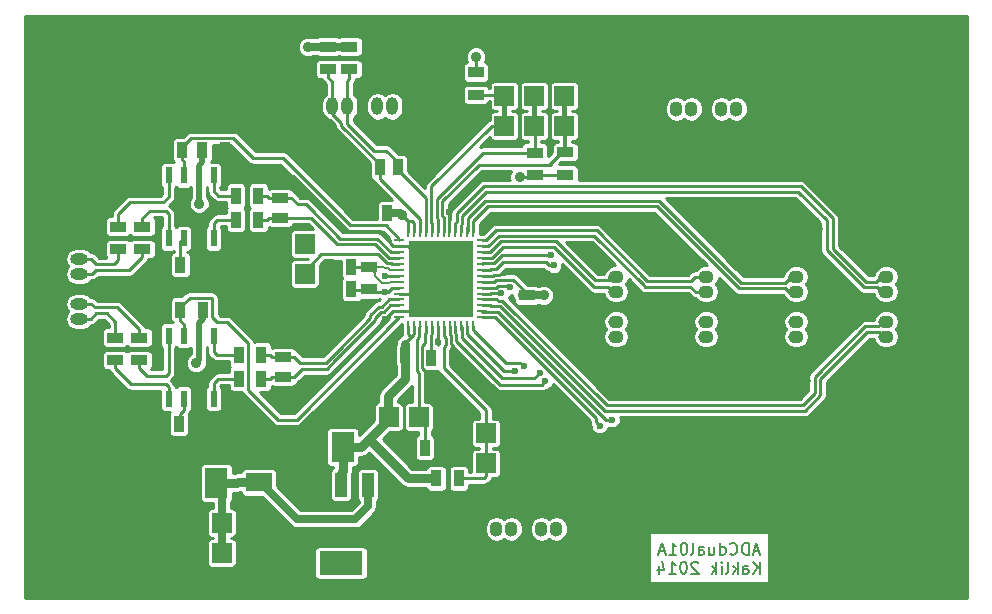
<source format=gbl>
%FSLAX34Y34*%
G04 Gerber Fmt 3.4, Leading zero omitted, Abs format*
G04 (created by PCBNEW (2014-jan-25)-product) date Tue 18 Mar 2014 22:35:24 CET*
%MOIN*%
G01*
G70*
G90*
G04 APERTURE LIST*
%ADD10C,0.005906*%
%ADD11C,0.007874*%
%ADD12R,0.035000X0.055000*%
%ADD13R,0.076800X0.098400*%
%ADD14R,0.055000X0.035000*%
%ADD15C,0.078740*%
%ADD16O,0.059055X0.039370*%
%ADD17C,0.059055*%
%ADD18R,0.065000X0.065000*%
%ADD19O,0.039370X0.059055*%
%ADD20R,0.023600X0.055100*%
%ADD21R,0.144000X0.080000*%
%ADD22R,0.040000X0.080000*%
%ADD23R,0.035433X0.009843*%
%ADD24R,0.009843X0.035433*%
%ADD25C,0.236220*%
%ADD26R,0.086600X0.063000*%
%ADD27C,0.098425*%
%ADD28O,0.051181X0.043307*%
%ADD29O,0.043307X0.051181*%
%ADD30C,0.035000*%
%ADD31C,0.023622*%
%ADD32C,0.027559*%
%ADD33C,0.019685*%
%ADD34C,0.031496*%
%ADD35C,0.010000*%
%ADD36C,0.015748*%
G04 APERTURE END LIST*
G54D10*
G54D11*
X61768Y-55150D02*
X61581Y-55150D01*
X61806Y-55263D02*
X61674Y-54869D01*
X61543Y-55263D01*
X61412Y-55263D02*
X61412Y-54869D01*
X61318Y-54869D01*
X61262Y-54888D01*
X61224Y-54925D01*
X61206Y-54963D01*
X61187Y-55038D01*
X61187Y-55094D01*
X61206Y-55169D01*
X61224Y-55206D01*
X61262Y-55244D01*
X61318Y-55263D01*
X61412Y-55263D01*
X60793Y-55225D02*
X60812Y-55244D01*
X60868Y-55263D01*
X60906Y-55263D01*
X60962Y-55244D01*
X60999Y-55206D01*
X61018Y-55169D01*
X61037Y-55094D01*
X61037Y-55038D01*
X61018Y-54963D01*
X60999Y-54925D01*
X60962Y-54888D01*
X60906Y-54869D01*
X60868Y-54869D01*
X60812Y-54888D01*
X60793Y-54906D01*
X60456Y-55263D02*
X60456Y-54869D01*
X60456Y-55244D02*
X60493Y-55263D01*
X60568Y-55263D01*
X60606Y-55244D01*
X60624Y-55225D01*
X60643Y-55188D01*
X60643Y-55075D01*
X60624Y-55038D01*
X60606Y-55019D01*
X60568Y-55000D01*
X60493Y-55000D01*
X60456Y-55019D01*
X60100Y-55000D02*
X60100Y-55263D01*
X60268Y-55000D02*
X60268Y-55206D01*
X60249Y-55244D01*
X60212Y-55263D01*
X60156Y-55263D01*
X60118Y-55244D01*
X60100Y-55225D01*
X59743Y-55263D02*
X59743Y-55056D01*
X59762Y-55019D01*
X59800Y-55000D01*
X59875Y-55000D01*
X59912Y-55019D01*
X59743Y-55244D02*
X59781Y-55263D01*
X59875Y-55263D01*
X59912Y-55244D01*
X59931Y-55206D01*
X59931Y-55169D01*
X59912Y-55131D01*
X59875Y-55113D01*
X59781Y-55113D01*
X59743Y-55094D01*
X59500Y-55263D02*
X59537Y-55244D01*
X59556Y-55206D01*
X59556Y-54869D01*
X59275Y-54869D02*
X59237Y-54869D01*
X59200Y-54888D01*
X59181Y-54906D01*
X59162Y-54944D01*
X59143Y-55019D01*
X59143Y-55113D01*
X59162Y-55188D01*
X59181Y-55225D01*
X59200Y-55244D01*
X59237Y-55263D01*
X59275Y-55263D01*
X59312Y-55244D01*
X59331Y-55225D01*
X59350Y-55188D01*
X59368Y-55113D01*
X59368Y-55019D01*
X59350Y-54944D01*
X59331Y-54906D01*
X59312Y-54888D01*
X59275Y-54869D01*
X58768Y-55263D02*
X58993Y-55263D01*
X58881Y-55263D02*
X58881Y-54869D01*
X58918Y-54925D01*
X58956Y-54963D01*
X58993Y-54981D01*
X58618Y-55150D02*
X58431Y-55150D01*
X58656Y-55263D02*
X58525Y-54869D01*
X58393Y-55263D01*
X61796Y-55893D02*
X61796Y-55499D01*
X61571Y-55893D02*
X61740Y-55668D01*
X61571Y-55499D02*
X61796Y-55724D01*
X61234Y-55893D02*
X61234Y-55686D01*
X61252Y-55649D01*
X61290Y-55630D01*
X61365Y-55630D01*
X61402Y-55649D01*
X61234Y-55874D02*
X61271Y-55893D01*
X61365Y-55893D01*
X61402Y-55874D01*
X61421Y-55836D01*
X61421Y-55799D01*
X61402Y-55761D01*
X61365Y-55743D01*
X61271Y-55743D01*
X61234Y-55724D01*
X61046Y-55893D02*
X61046Y-55499D01*
X61009Y-55743D02*
X60896Y-55893D01*
X60896Y-55630D02*
X61046Y-55780D01*
X60671Y-55893D02*
X60709Y-55874D01*
X60728Y-55836D01*
X60728Y-55499D01*
X60521Y-55893D02*
X60521Y-55630D01*
X60521Y-55499D02*
X60540Y-55518D01*
X60521Y-55536D01*
X60503Y-55518D01*
X60521Y-55499D01*
X60521Y-55536D01*
X60334Y-55893D02*
X60334Y-55499D01*
X60296Y-55743D02*
X60184Y-55893D01*
X60184Y-55630D02*
X60334Y-55780D01*
X59734Y-55536D02*
X59715Y-55518D01*
X59678Y-55499D01*
X59584Y-55499D01*
X59546Y-55518D01*
X59528Y-55536D01*
X59509Y-55574D01*
X59509Y-55611D01*
X59528Y-55668D01*
X59753Y-55893D01*
X59509Y-55893D01*
X59265Y-55499D02*
X59228Y-55499D01*
X59190Y-55518D01*
X59171Y-55536D01*
X59153Y-55574D01*
X59134Y-55649D01*
X59134Y-55743D01*
X59153Y-55818D01*
X59171Y-55855D01*
X59190Y-55874D01*
X59228Y-55893D01*
X59265Y-55893D01*
X59303Y-55874D01*
X59321Y-55855D01*
X59340Y-55818D01*
X59359Y-55743D01*
X59359Y-55649D01*
X59340Y-55574D01*
X59321Y-55536D01*
X59303Y-55518D01*
X59265Y-55499D01*
X58759Y-55893D02*
X58984Y-55893D01*
X58872Y-55893D02*
X58872Y-55499D01*
X58909Y-55555D01*
X58947Y-55593D01*
X58984Y-55611D01*
X58422Y-55630D02*
X58422Y-55893D01*
X58515Y-55480D02*
X58609Y-55761D01*
X58365Y-55761D01*
G54D12*
X43205Y-41779D03*
X43955Y-41779D03*
X43225Y-47100D03*
X43975Y-47100D03*
X43175Y-50900D03*
X42425Y-50900D03*
X43225Y-45600D03*
X42475Y-45600D03*
X50625Y-51700D03*
X51375Y-51700D03*
X42475Y-47100D03*
X41725Y-47100D03*
X42535Y-41779D03*
X41785Y-41779D03*
G54D13*
X47888Y-51665D03*
X46688Y-51665D03*
G54D12*
X48175Y-46410D03*
X47425Y-46410D03*
G54D14*
X45900Y-48675D03*
X45900Y-47925D03*
X45800Y-43375D03*
X45800Y-42625D03*
X54020Y-46615D03*
X54020Y-45865D03*
X45900Y-49325D03*
X45900Y-50075D03*
X45800Y-44025D03*
X45800Y-44775D03*
X48770Y-46415D03*
X48770Y-45665D03*
G54D12*
X49975Y-48600D03*
X49225Y-48600D03*
X48175Y-45660D03*
X47425Y-45660D03*
X50835Y-48700D03*
X51585Y-48700D03*
X49375Y-43880D03*
X48625Y-43880D03*
G54D15*
X39100Y-48868D03*
G54D16*
X39100Y-47400D03*
G54D15*
X39493Y-43817D03*
G54D16*
X39100Y-46900D03*
X39100Y-45900D03*
X39100Y-45400D03*
G54D17*
X38509Y-44900D03*
X38509Y-46400D03*
X38509Y-47900D03*
G54D18*
X44850Y-54200D03*
X43850Y-54200D03*
X42850Y-54200D03*
X42850Y-55200D03*
X43850Y-55200D03*
X44850Y-55200D03*
G54D15*
X46071Y-40320D03*
G54D19*
X47540Y-40320D03*
G54D15*
X51122Y-40713D03*
G54D19*
X48040Y-40320D03*
X49040Y-40320D03*
X49540Y-40320D03*
G54D17*
X50040Y-39729D03*
X48540Y-39729D03*
X47040Y-39729D03*
G54D18*
X53275Y-40975D03*
X53275Y-39975D03*
X52660Y-51220D03*
X52660Y-52220D03*
X55275Y-40975D03*
X55275Y-39975D03*
X54275Y-40975D03*
X54275Y-39975D03*
G54D14*
X40300Y-48775D03*
X40300Y-48025D03*
X41100Y-48775D03*
X41100Y-48025D03*
X41200Y-44325D03*
X41200Y-45075D03*
X40400Y-44325D03*
X40400Y-45075D03*
G54D12*
X45175Y-48600D03*
X44425Y-48600D03*
X45175Y-49400D03*
X44425Y-49400D03*
X45075Y-43300D03*
X44325Y-43300D03*
X45075Y-44100D03*
X44325Y-44100D03*
G54D14*
X47400Y-38325D03*
X47400Y-39075D03*
G54D12*
X49125Y-42350D03*
X48375Y-42350D03*
G54D14*
X48100Y-38325D03*
X48100Y-39075D03*
G54D12*
X49725Y-42350D03*
X50475Y-42350D03*
G54D20*
X42078Y-44716D03*
X42078Y-42616D03*
X42578Y-44716D03*
X43078Y-44716D03*
X43578Y-44716D03*
X42578Y-42616D03*
X43078Y-42616D03*
X43578Y-42616D03*
G54D21*
X47826Y-55538D03*
G54D22*
X47826Y-52938D03*
X48726Y-52938D03*
X46926Y-52938D03*
G54D23*
X52524Y-44787D03*
X49769Y-44786D03*
X52524Y-47346D03*
X49769Y-47345D03*
X49769Y-47148D03*
X49769Y-46951D03*
X49769Y-46754D03*
X49769Y-46557D03*
X49769Y-46361D03*
X49769Y-46164D03*
X49769Y-45967D03*
X49769Y-45770D03*
X49769Y-45573D03*
X49769Y-45376D03*
X49769Y-45179D03*
X49769Y-44983D03*
X52524Y-46559D03*
X52524Y-46755D03*
X52524Y-46952D03*
X52524Y-47149D03*
G54D24*
X50852Y-44491D03*
X51048Y-44491D03*
X51245Y-44491D03*
X51442Y-44491D03*
X51639Y-44491D03*
X51836Y-44491D03*
X52033Y-44491D03*
X52230Y-44491D03*
G54D10*
G36*
X50082Y-47336D02*
X50082Y-44796D01*
X52212Y-44796D01*
X52212Y-47336D01*
X50082Y-47336D01*
X50082Y-47336D01*
G37*
G54D24*
X50065Y-44491D03*
X50262Y-44491D03*
X50459Y-44491D03*
X50655Y-44491D03*
G54D23*
X52524Y-44984D03*
X52525Y-45181D03*
X52525Y-45377D03*
X52525Y-45574D03*
X52525Y-45771D03*
X52525Y-45968D03*
X52525Y-46165D03*
X52525Y-46362D03*
G54D24*
X52230Y-47640D03*
X52033Y-47640D03*
X51836Y-47640D03*
X51640Y-47640D03*
X51443Y-47640D03*
X51246Y-47640D03*
X51049Y-47640D03*
X50852Y-47640D03*
X50655Y-47640D03*
X50458Y-47640D03*
X50262Y-47640D03*
X50065Y-47640D03*
G54D13*
X43675Y-52875D03*
X42475Y-52875D03*
G54D20*
X42088Y-50063D03*
X42088Y-47963D03*
X42588Y-50063D03*
X43088Y-50063D03*
X43588Y-50063D03*
X42588Y-47963D03*
X43088Y-47963D03*
X43588Y-47963D03*
G54D25*
X39000Y-55000D03*
X39000Y-39000D03*
X67000Y-55000D03*
X67000Y-39000D03*
G54D26*
X45100Y-51352D03*
X45100Y-52848D03*
G54D18*
X49420Y-50680D03*
X50420Y-50680D03*
X51420Y-50680D03*
X46620Y-44900D03*
X46620Y-45900D03*
X46620Y-46900D03*
X53280Y-38980D03*
X54280Y-38980D03*
X55280Y-38980D03*
G54D14*
X52319Y-39185D03*
X52319Y-39935D03*
G54D12*
X51005Y-52720D03*
X51755Y-52720D03*
G54D14*
X55300Y-42595D03*
X55300Y-41845D03*
X54279Y-42615D03*
X54279Y-41865D03*
G54D18*
X53660Y-52220D03*
G54D27*
X57000Y-49468D03*
G54D28*
X57000Y-48000D03*
G54D27*
X57393Y-44417D03*
G54D28*
X57000Y-47500D03*
X57000Y-46500D03*
X57000Y-46000D03*
X56409Y-45500D03*
X56409Y-47000D03*
X56409Y-48500D03*
G54D27*
X60000Y-49468D03*
G54D28*
X60000Y-48000D03*
G54D27*
X60393Y-44417D03*
G54D28*
X60000Y-47500D03*
X60000Y-46500D03*
X60000Y-46000D03*
X59409Y-45500D03*
X59409Y-47000D03*
X59409Y-48500D03*
G54D27*
X63000Y-49468D03*
G54D28*
X63000Y-48000D03*
G54D27*
X63393Y-44417D03*
G54D28*
X63000Y-47500D03*
X63000Y-46500D03*
X63000Y-46000D03*
X62409Y-45500D03*
X62409Y-47000D03*
X62409Y-48500D03*
G54D27*
X66000Y-49468D03*
G54D28*
X66000Y-48000D03*
G54D27*
X66393Y-44417D03*
G54D28*
X66000Y-47500D03*
X66000Y-46500D03*
X66000Y-46000D03*
X65409Y-45500D03*
X65409Y-47000D03*
X65409Y-48500D03*
G54D27*
X57531Y-40400D03*
G54D29*
X59000Y-40400D03*
G54D27*
X62582Y-40793D03*
G54D29*
X59500Y-40400D03*
X60500Y-40400D03*
X61000Y-40400D03*
X61500Y-39809D03*
X60000Y-39809D03*
X58500Y-39809D03*
G54D27*
X56468Y-54400D03*
G54D29*
X55000Y-54400D03*
G54D27*
X51417Y-54006D03*
G54D29*
X54500Y-54400D03*
X53500Y-54400D03*
X53000Y-54400D03*
X52500Y-54990D03*
X54000Y-54990D03*
X55500Y-54990D03*
G54D30*
X46720Y-38340D03*
X43000Y-48866D03*
X43100Y-43560D03*
X52320Y-38660D03*
X53780Y-42679D03*
X54590Y-46620D03*
X49860Y-43940D03*
G54D31*
X49299Y-45970D03*
X49288Y-46498D03*
X54640Y-49480D03*
X54460Y-49200D03*
X53640Y-49140D03*
X53920Y-48979D03*
X56450Y-50969D03*
X56860Y-50769D03*
X54840Y-45280D03*
X54920Y-45619D03*
X53450Y-46340D03*
X53170Y-46550D03*
X55315Y-46440D03*
X43860Y-43685D03*
X51520Y-45310D03*
X51740Y-47100D03*
X43880Y-49020D03*
X42420Y-43590D03*
X42500Y-49360D03*
X43200Y-51500D03*
X45795Y-51915D03*
X47100Y-50805D03*
X46380Y-52860D03*
X44340Y-42260D03*
X48135Y-43290D03*
X45715Y-47415D03*
X45720Y-45240D03*
X49280Y-47419D03*
X51440Y-43840D03*
X50340Y-45020D03*
X50279Y-46559D03*
X50900Y-49419D03*
X46460Y-49760D03*
X44020Y-45680D03*
X44480Y-47000D03*
X41280Y-46960D03*
X41540Y-52580D03*
X41200Y-41740D03*
X45200Y-42580D03*
X47840Y-42240D03*
X50900Y-42040D03*
X51070Y-48160D03*
G54D32*
X46735Y-38325D02*
X47400Y-38325D01*
X46720Y-38340D02*
X46735Y-38325D01*
X47400Y-38325D02*
X48100Y-38325D01*
X43850Y-54200D02*
X43850Y-53050D01*
X43850Y-53050D02*
X43675Y-52875D01*
X43850Y-55200D02*
X43850Y-54200D01*
X45100Y-52848D02*
X45128Y-52848D01*
X45128Y-52848D02*
X46360Y-54080D01*
X48726Y-53653D02*
X48726Y-52938D01*
X48300Y-54080D02*
X48726Y-53653D01*
X46360Y-54080D02*
X48300Y-54080D01*
G54D33*
X43225Y-47100D02*
X43225Y-47415D01*
X43088Y-47551D02*
X43088Y-47963D01*
X43225Y-47415D02*
X43088Y-47551D01*
X43088Y-47963D02*
X43080Y-47971D01*
X43080Y-47971D02*
X43080Y-48786D01*
X43080Y-48786D02*
X43000Y-48866D01*
X43078Y-42616D02*
X43078Y-42298D01*
X43078Y-42298D02*
X43205Y-42171D01*
X43205Y-42171D02*
X43205Y-41779D01*
X43078Y-43538D02*
X43078Y-42616D01*
G54D32*
X43100Y-43560D02*
X43078Y-43538D01*
G54D34*
X44400Y-52848D02*
X45100Y-52848D01*
X44373Y-52875D02*
X44400Y-52848D01*
X43675Y-52875D02*
X44373Y-52875D01*
X43180Y-41804D02*
X43205Y-41779D01*
G54D35*
X42588Y-50438D02*
X42460Y-50567D01*
X42588Y-50063D02*
X42588Y-50438D01*
X42460Y-50567D02*
X42460Y-50865D01*
X42460Y-50865D02*
X42425Y-50900D01*
X42475Y-45600D02*
X42475Y-44820D01*
X42475Y-44820D02*
X42578Y-44716D01*
X50625Y-51700D02*
X50625Y-50925D01*
X50625Y-50925D02*
X50400Y-50700D01*
X50455Y-47643D02*
X50458Y-47640D01*
X50625Y-51700D02*
X50625Y-50885D01*
X50625Y-50885D02*
X50420Y-50680D01*
X50420Y-50680D02*
X50420Y-49192D01*
X50420Y-49192D02*
X50352Y-49125D01*
X50352Y-49125D02*
X50352Y-48080D01*
X50352Y-48080D02*
X50440Y-47991D01*
X50440Y-47991D02*
X50440Y-47658D01*
X50440Y-47658D02*
X50458Y-47640D01*
X42588Y-47963D02*
X42588Y-47588D01*
X42475Y-47100D02*
X42475Y-47475D01*
X42475Y-47475D02*
X42588Y-47588D01*
X49769Y-47345D02*
X46355Y-50759D01*
X44728Y-49768D02*
X44728Y-48222D01*
X46355Y-50759D02*
X45719Y-50759D01*
X44010Y-47503D02*
X43697Y-47503D01*
X43502Y-46696D02*
X42778Y-46696D01*
X42778Y-46696D02*
X42475Y-47000D01*
X45719Y-50759D02*
X44728Y-49768D01*
X43697Y-47503D02*
X43528Y-47335D01*
X44728Y-48222D02*
X44010Y-47503D01*
X43528Y-47335D02*
X43528Y-46722D01*
X43528Y-46722D02*
X43502Y-46696D01*
X42475Y-47000D02*
X42475Y-47100D01*
X42578Y-42616D02*
X42578Y-42138D01*
X42578Y-42138D02*
X42535Y-42095D01*
X42535Y-42095D02*
X42535Y-41779D01*
X49329Y-44283D02*
X48140Y-44283D01*
X48140Y-44283D02*
X45896Y-42040D01*
X49769Y-44724D02*
X49329Y-44283D01*
X49769Y-44786D02*
X49769Y-44724D01*
X45896Y-42040D02*
X44896Y-42040D01*
X44896Y-42040D02*
X44232Y-41376D01*
X42535Y-41679D02*
X42535Y-41779D01*
X44232Y-41376D02*
X42838Y-41376D01*
X42838Y-41376D02*
X42535Y-41679D01*
G54D34*
X50070Y-52720D02*
X51005Y-52720D01*
X48755Y-51404D02*
X50070Y-52720D01*
X49400Y-50760D02*
X48755Y-51404D01*
X48755Y-51404D02*
X48494Y-51665D01*
G54D35*
X54044Y-46640D02*
X54020Y-46615D01*
X52525Y-46165D02*
X52541Y-46181D01*
X53759Y-46527D02*
X53759Y-46635D01*
X52320Y-39185D02*
X52319Y-39185D01*
X52320Y-38660D02*
X52320Y-39185D01*
X55280Y-42615D02*
X55300Y-42595D01*
X54279Y-42615D02*
X55280Y-42615D01*
X54215Y-42679D02*
X54279Y-42615D01*
X53780Y-42679D02*
X54215Y-42679D01*
X53904Y-46640D02*
X53839Y-46575D01*
X49975Y-48205D02*
X49975Y-48244D01*
X50262Y-47640D02*
X50262Y-47917D01*
X50065Y-47640D02*
X50065Y-47917D01*
X50074Y-44481D02*
X50065Y-44491D01*
G54D34*
X49975Y-48600D02*
X49975Y-48244D01*
X49400Y-50700D02*
X49400Y-49985D01*
X49975Y-49410D02*
X49975Y-48600D01*
X49400Y-49985D02*
X49975Y-49410D01*
X49400Y-50700D02*
X49400Y-50760D01*
X48494Y-51665D02*
X47888Y-51665D01*
X47888Y-51665D02*
X47888Y-52472D01*
X47888Y-52472D02*
X47826Y-52534D01*
X47826Y-52534D02*
X47826Y-52938D01*
G54D35*
X52525Y-46165D02*
X52526Y-46166D01*
X53568Y-46093D02*
X54020Y-46544D01*
X53331Y-46093D02*
X53568Y-46093D01*
X53310Y-46114D02*
X53331Y-46093D01*
X52987Y-46114D02*
X53310Y-46114D01*
X52935Y-46166D02*
X52987Y-46114D01*
X52526Y-46166D02*
X52935Y-46166D01*
G54D32*
X54590Y-46620D02*
X54024Y-46620D01*
G54D35*
X54024Y-46620D02*
X54020Y-46615D01*
G54D32*
X49840Y-43940D02*
X49780Y-43880D01*
X49860Y-43940D02*
X49840Y-43940D01*
X49780Y-43880D02*
X49375Y-43880D01*
G54D35*
X50065Y-44145D02*
X49860Y-43940D01*
X50065Y-44491D02*
X50065Y-44145D01*
X50262Y-44202D02*
X50205Y-44145D01*
X50205Y-44145D02*
X50065Y-44145D01*
X50262Y-44491D02*
X50262Y-44202D01*
X50262Y-47917D02*
X50161Y-48018D01*
X50161Y-48018D02*
X49975Y-48205D01*
X50065Y-47917D02*
X50065Y-47918D01*
X50065Y-47918D02*
X50163Y-48016D01*
X49533Y-46361D02*
X49396Y-46498D01*
X49769Y-46361D02*
X49533Y-46361D01*
X48923Y-46498D02*
X48850Y-46425D01*
X48913Y-46361D02*
X48850Y-46425D01*
X48190Y-46425D02*
X48175Y-46410D01*
X48850Y-46425D02*
X48190Y-46425D01*
X49302Y-45967D02*
X49299Y-45970D01*
X49769Y-45967D02*
X49302Y-45967D01*
X49396Y-46498D02*
X49288Y-46498D01*
X49288Y-46498D02*
X48923Y-46498D01*
X47314Y-48859D02*
X47743Y-48431D01*
X47240Y-48859D02*
X47314Y-48859D01*
X47743Y-48431D02*
X48794Y-47380D01*
X46459Y-48859D02*
X47240Y-48859D01*
X45900Y-48675D02*
X46275Y-48675D01*
X46275Y-48675D02*
X46459Y-48859D01*
X49419Y-46754D02*
X49492Y-46754D01*
X48794Y-47287D02*
X49087Y-46994D01*
X49492Y-46754D02*
X49769Y-46754D01*
X48794Y-47380D02*
X48794Y-47287D01*
X49087Y-46994D02*
X49180Y-46994D01*
X49180Y-46994D02*
X49419Y-46754D01*
X45900Y-48675D02*
X46000Y-48675D01*
X45900Y-48675D02*
X45525Y-48675D01*
X45525Y-48675D02*
X45450Y-48600D01*
X45450Y-48600D02*
X45175Y-48600D01*
X46660Y-43580D02*
X46817Y-43737D01*
X46380Y-43580D02*
X46660Y-43580D01*
X47806Y-44726D02*
X46817Y-43737D01*
X45800Y-43375D02*
X46175Y-43375D01*
X46175Y-43375D02*
X46380Y-43580D01*
X49769Y-45179D02*
X49492Y-45179D01*
X49492Y-45179D02*
X49038Y-44726D01*
X49038Y-44726D02*
X47806Y-44726D01*
X45900Y-43375D02*
X45800Y-43375D01*
X45553Y-43250D02*
X45850Y-43250D01*
X45800Y-43375D02*
X45425Y-43375D01*
X45425Y-43375D02*
X45350Y-43300D01*
X45350Y-43300D02*
X45075Y-43300D01*
X46520Y-49079D02*
X47347Y-49079D01*
X47641Y-48785D02*
X48973Y-47454D01*
X47347Y-49079D02*
X47641Y-48785D01*
X45900Y-49325D02*
X46275Y-49325D01*
X46275Y-49325D02*
X46520Y-49079D01*
X49161Y-47173D02*
X49254Y-47173D01*
X49492Y-46951D02*
X49769Y-46951D01*
X48973Y-47454D02*
X48973Y-47361D01*
X48973Y-47361D02*
X49161Y-47173D01*
X49254Y-47173D02*
X49475Y-46951D01*
X49475Y-46951D02*
X49492Y-46951D01*
X45900Y-49325D02*
X45525Y-49325D01*
X45525Y-49325D02*
X45450Y-49400D01*
X45450Y-49400D02*
X45175Y-49400D01*
X45800Y-44025D02*
X45425Y-44025D01*
X45350Y-44100D02*
X45075Y-44100D01*
X45425Y-44025D02*
X45350Y-44100D01*
X46175Y-44025D02*
X45800Y-44025D01*
X46825Y-44025D02*
X46175Y-44025D01*
X47704Y-44904D02*
X46825Y-44025D01*
X48964Y-44904D02*
X47704Y-44904D01*
X49421Y-45361D02*
X48964Y-44904D01*
X49754Y-45361D02*
X49421Y-45361D01*
X49769Y-45376D02*
X49754Y-45361D01*
G54D11*
X48770Y-45675D02*
X48770Y-45665D01*
X48960Y-45865D02*
X48770Y-45675D01*
X48960Y-45979D02*
X48960Y-45865D01*
X49769Y-46164D02*
X49455Y-46164D01*
X49455Y-46164D02*
X49413Y-46206D01*
X49413Y-46206D02*
X49186Y-46206D01*
X49186Y-46206D02*
X48960Y-45979D01*
X49234Y-45665D02*
X48770Y-45665D01*
X49281Y-45712D02*
X49234Y-45665D01*
X49392Y-45712D02*
X49281Y-45712D01*
X49450Y-45770D02*
X49392Y-45712D01*
X49769Y-45770D02*
X49450Y-45770D01*
G54D35*
X48190Y-45675D02*
X48175Y-45660D01*
X48850Y-45675D02*
X48190Y-45675D01*
X50852Y-47640D02*
X50852Y-47917D01*
X50852Y-47917D02*
X50823Y-47947D01*
X50823Y-48313D02*
X50835Y-48325D01*
X50823Y-47947D02*
X50823Y-48313D01*
X50835Y-48325D02*
X50835Y-48700D01*
X39495Y-47400D02*
X39675Y-47220D01*
X39100Y-47400D02*
X39495Y-47400D01*
X39675Y-47220D02*
X40020Y-47220D01*
X40300Y-47500D02*
X40300Y-48025D01*
X40020Y-47220D02*
X40300Y-47500D01*
X41100Y-47750D02*
X41100Y-48025D01*
X39495Y-46900D02*
X39615Y-47020D01*
X39100Y-46900D02*
X39495Y-46900D01*
X40370Y-47020D02*
X41100Y-47750D01*
X39615Y-47020D02*
X40370Y-47020D01*
X41200Y-45350D02*
X40770Y-45780D01*
X41200Y-45075D02*
X41200Y-45350D01*
X40770Y-45780D02*
X39660Y-45780D01*
X39660Y-45780D02*
X39540Y-45900D01*
X39540Y-45900D02*
X39100Y-45900D01*
X39495Y-45400D02*
X39675Y-45579D01*
X39100Y-45400D02*
X39495Y-45400D01*
X39675Y-45579D02*
X40260Y-45579D01*
X40260Y-45579D02*
X40400Y-45439D01*
X40400Y-45439D02*
X40400Y-45075D01*
X47540Y-40320D02*
X47540Y-40560D01*
X47540Y-40560D02*
X47840Y-40860D01*
X47840Y-40860D02*
X47840Y-40965D01*
X49125Y-42350D02*
X49125Y-42250D01*
X49125Y-42250D02*
X47840Y-40965D01*
X47400Y-39075D02*
X47400Y-39350D01*
X47400Y-39350D02*
X47540Y-39490D01*
X47540Y-39490D02*
X47540Y-40320D01*
X49125Y-42725D02*
X49125Y-42350D01*
X50459Y-44059D02*
X49125Y-42725D01*
X50459Y-44491D02*
X50459Y-44059D01*
X50655Y-43380D02*
X50655Y-44214D01*
X50655Y-44214D02*
X50655Y-44491D01*
X49725Y-42450D02*
X50655Y-43380D01*
X49725Y-42350D02*
X49725Y-42450D01*
X49340Y-41800D02*
X49725Y-42185D01*
X48940Y-41800D02*
X49340Y-41800D01*
X48040Y-40900D02*
X48940Y-41800D01*
X49725Y-42185D02*
X49725Y-42350D01*
X49725Y-42250D02*
X49725Y-42350D01*
X48040Y-40320D02*
X48040Y-40900D01*
X48000Y-40280D02*
X48040Y-40320D01*
X48100Y-39075D02*
X48100Y-39419D01*
X48100Y-39419D02*
X48040Y-39479D01*
X48040Y-39479D02*
X48040Y-40320D01*
X49725Y-42450D02*
X49725Y-42350D01*
X50852Y-44491D02*
X50852Y-44214D01*
X50835Y-44197D02*
X50835Y-42989D01*
X50852Y-44214D02*
X50835Y-44197D01*
X50835Y-42989D02*
X52850Y-40975D01*
X52850Y-40975D02*
X53275Y-40975D01*
G54D36*
X53275Y-40975D02*
X53275Y-39975D01*
G54D35*
X52319Y-39935D02*
X53235Y-39935D01*
X53235Y-39935D02*
X53275Y-39975D01*
X52660Y-51220D02*
X52660Y-52220D01*
X51755Y-52720D02*
X52585Y-52720D01*
X52585Y-52720D02*
X52660Y-52645D01*
X52660Y-52645D02*
X52660Y-52220D01*
X52660Y-50456D02*
X52660Y-50795D01*
X52660Y-50795D02*
X52660Y-51220D01*
X51246Y-49042D02*
X52660Y-50456D01*
X51246Y-48349D02*
X51246Y-49042D01*
X51316Y-48278D02*
X51246Y-48349D01*
X51246Y-47970D02*
X51316Y-48041D01*
X51316Y-48041D02*
X51316Y-48278D01*
X51246Y-47640D02*
X51246Y-47970D01*
X51245Y-44491D02*
X51245Y-44010D01*
X51245Y-44010D02*
X51193Y-43958D01*
X51193Y-43958D02*
X51193Y-43486D01*
X51193Y-43486D02*
X52420Y-42260D01*
X52420Y-42260D02*
X54453Y-42260D01*
G54D36*
X55275Y-40975D02*
X55275Y-39975D01*
G54D35*
X55275Y-41745D02*
X55275Y-40975D01*
X54760Y-42260D02*
X55275Y-41745D01*
X54453Y-42260D02*
X54760Y-42260D01*
X54453Y-42260D02*
X54785Y-42260D01*
X54785Y-42260D02*
X55200Y-41845D01*
X55200Y-41845D02*
X55300Y-41845D01*
X55300Y-41845D02*
X55300Y-41000D01*
X55300Y-41000D02*
X55275Y-40975D01*
X53904Y-41865D02*
X54279Y-41865D01*
X51048Y-44066D02*
X51014Y-44032D01*
X51048Y-44491D02*
X51048Y-44066D01*
X51014Y-44032D02*
X51014Y-43412D01*
X51014Y-43412D02*
X52562Y-41865D01*
X52562Y-41865D02*
X53904Y-41865D01*
G54D36*
X54275Y-40975D02*
X54275Y-39975D01*
G54D35*
X54279Y-41865D02*
X54279Y-40979D01*
X54279Y-40979D02*
X54275Y-40975D01*
X54521Y-49598D02*
X54640Y-49480D01*
X51674Y-48129D02*
X53142Y-49598D01*
X51674Y-47893D02*
X51674Y-48129D01*
X51640Y-47859D02*
X51674Y-47893D01*
X53142Y-49598D02*
X54521Y-49598D01*
X51640Y-47640D02*
X51640Y-47859D01*
X51853Y-48055D02*
X51853Y-47657D01*
X53184Y-49386D02*
X51853Y-48055D01*
X54273Y-49386D02*
X53184Y-49386D01*
X54460Y-49200D02*
X54273Y-49386D01*
X51853Y-47657D02*
X51836Y-47640D01*
X52849Y-45377D02*
X52525Y-45377D01*
X53234Y-44993D02*
X52849Y-45377D01*
X54918Y-44993D02*
X53234Y-44993D01*
X56880Y-46500D02*
X56725Y-46345D01*
X57000Y-46500D02*
X56880Y-46500D01*
X56270Y-46345D02*
X54918Y-44993D01*
X56725Y-46345D02*
X56270Y-46345D01*
X53160Y-44814D02*
X52792Y-45181D01*
X54992Y-44814D02*
X53160Y-44814D01*
X52792Y-45181D02*
X52525Y-45181D01*
X57000Y-46000D02*
X56839Y-46000D01*
X56839Y-46000D02*
X56720Y-46119D01*
X56298Y-46119D02*
X54992Y-44814D01*
X56720Y-46119D02*
X56298Y-46119D01*
X53640Y-49140D02*
X53255Y-49140D01*
X53255Y-49140D02*
X52033Y-47917D01*
X52033Y-47917D02*
X52033Y-47640D01*
X53319Y-48879D02*
X52260Y-47820D01*
X53440Y-48879D02*
X53319Y-48879D01*
X53458Y-48861D02*
X53440Y-48879D01*
X53920Y-48979D02*
X53801Y-48861D01*
X53801Y-48861D02*
X53458Y-48861D01*
X52260Y-47759D02*
X52260Y-47820D01*
X52230Y-47640D02*
X52230Y-47729D01*
X52230Y-47729D02*
X52260Y-47759D01*
X59470Y-46325D02*
X57962Y-46325D01*
X57962Y-46325D02*
X57892Y-46256D01*
X57892Y-46256D02*
X56272Y-44635D01*
X60000Y-46500D02*
X59644Y-46500D01*
X59644Y-46500D02*
X59470Y-46325D01*
X56272Y-44635D02*
X53085Y-44635D01*
X53085Y-44635D02*
X52737Y-44984D01*
X52737Y-44984D02*
X52524Y-44984D01*
X56346Y-44456D02*
X56009Y-44456D01*
X58036Y-46147D02*
X56346Y-44456D01*
X59482Y-46147D02*
X58036Y-46147D01*
X56009Y-44456D02*
X52983Y-44456D01*
X60000Y-46000D02*
X59630Y-46000D01*
X59630Y-46000D02*
X59482Y-46147D01*
X52652Y-44787D02*
X52524Y-44787D01*
X52983Y-44456D02*
X52652Y-44787D01*
X52971Y-47346D02*
X52524Y-47346D01*
X52524Y-47346D02*
X52642Y-47346D01*
X56331Y-50706D02*
X52971Y-47346D01*
X56331Y-50851D02*
X56331Y-50706D01*
X56450Y-50969D02*
X56331Y-50851D01*
X53067Y-47167D02*
X52542Y-47167D01*
X56860Y-50769D02*
X56670Y-50769D01*
X56670Y-50769D02*
X53067Y-47167D01*
X52542Y-47167D02*
X52524Y-47149D01*
X58344Y-43640D02*
X57229Y-43640D01*
X61308Y-46386D02*
X61090Y-46386D01*
X57229Y-43640D02*
X52740Y-43640D01*
X61090Y-46386D02*
X58344Y-43640D01*
X61308Y-46386D02*
X62576Y-46386D01*
X62610Y-46386D02*
X62636Y-46386D01*
X62636Y-46386D02*
X62750Y-46500D01*
X62750Y-46500D02*
X63000Y-46500D01*
X62576Y-46386D02*
X62610Y-46386D01*
X62610Y-46386D02*
X62626Y-46386D01*
X62886Y-46386D02*
X63000Y-46500D01*
X52740Y-43640D02*
X52230Y-44149D01*
X52230Y-44149D02*
X52230Y-44491D01*
X61156Y-46200D02*
X60817Y-45861D01*
X62615Y-46200D02*
X61156Y-46200D01*
X58418Y-43461D02*
X60817Y-45861D01*
X62815Y-46000D02*
X62615Y-46200D01*
X63000Y-46000D02*
X62815Y-46000D01*
X52628Y-43461D02*
X58418Y-43461D01*
X52044Y-44045D02*
X52628Y-43461D01*
X52033Y-44491D02*
X52044Y-44480D01*
X52044Y-44480D02*
X52044Y-44045D01*
X65359Y-47845D02*
X63799Y-49405D01*
X65765Y-47845D02*
X65359Y-47845D01*
X66000Y-48000D02*
X65920Y-48000D01*
X65920Y-48000D02*
X65765Y-47845D01*
X52829Y-46980D02*
X52801Y-46952D01*
X53132Y-46980D02*
X52829Y-46980D01*
X63799Y-49405D02*
X63799Y-49953D01*
X63799Y-49953D02*
X63294Y-50458D01*
X63294Y-50458D02*
X56611Y-50458D01*
X56611Y-50458D02*
X53132Y-46980D01*
X52801Y-46952D02*
X52524Y-46952D01*
X65297Y-47654D02*
X63620Y-49331D01*
X65725Y-47654D02*
X65297Y-47654D01*
X66000Y-47500D02*
X65879Y-47500D01*
X65879Y-47500D02*
X65725Y-47654D01*
X56685Y-50280D02*
X53206Y-46801D01*
X63219Y-50280D02*
X56685Y-50280D01*
X63620Y-49879D02*
X63219Y-50280D01*
X63620Y-49331D02*
X63620Y-49879D01*
X53206Y-46801D02*
X53055Y-46801D01*
X53055Y-46801D02*
X53010Y-46755D01*
X53010Y-46755D02*
X52524Y-46755D01*
X65250Y-46345D02*
X64948Y-46043D01*
X65700Y-46345D02*
X65250Y-46345D01*
X64948Y-46043D02*
X64014Y-45109D01*
X66000Y-46500D02*
X65855Y-46500D01*
X65855Y-46500D02*
X65700Y-46345D01*
X51865Y-44240D02*
X51836Y-44269D01*
X51836Y-44269D02*
X51836Y-44491D01*
X52662Y-43170D02*
X51865Y-43967D01*
X64014Y-44119D02*
X63065Y-43170D01*
X64014Y-45109D02*
X64014Y-44119D01*
X63065Y-43170D02*
X52662Y-43170D01*
X51865Y-43967D02*
X51865Y-44240D01*
G54D11*
X66000Y-46500D02*
X65870Y-46500D01*
G54D35*
X66000Y-46500D02*
X65840Y-46500D01*
X66000Y-46500D02*
X65840Y-46500D01*
X51639Y-44214D02*
X51639Y-44491D01*
X51686Y-44166D02*
X51639Y-44214D01*
X52586Y-42983D02*
X51686Y-43883D01*
X51686Y-43883D02*
X51686Y-44166D01*
X63149Y-42979D02*
X63146Y-42983D01*
X63146Y-42983D02*
X52586Y-42983D01*
X64220Y-44050D02*
X63149Y-42979D01*
X64220Y-45060D02*
X64220Y-44050D01*
X65325Y-46165D02*
X64220Y-45060D01*
X65675Y-46165D02*
X65325Y-46165D01*
X65840Y-46000D02*
X65675Y-46165D01*
X66000Y-46000D02*
X65840Y-46000D01*
X66000Y-46000D02*
X65840Y-46000D01*
X52923Y-45556D02*
X52543Y-45556D01*
X54840Y-45280D02*
X53200Y-45280D01*
X53200Y-45280D02*
X52923Y-45556D01*
X52543Y-45556D02*
X52525Y-45574D01*
X54752Y-45619D02*
X54920Y-45619D01*
X54654Y-45521D02*
X54752Y-45619D01*
X52817Y-45756D02*
X52995Y-45756D01*
X52995Y-45756D02*
X53231Y-45521D01*
X53231Y-45521D02*
X54654Y-45521D01*
X52802Y-45771D02*
X52817Y-45756D01*
X52525Y-45771D02*
X52802Y-45771D01*
X52525Y-46362D02*
X52530Y-46367D01*
X53403Y-46293D02*
X53450Y-46340D01*
X53061Y-46293D02*
X53403Y-46293D01*
X52992Y-46362D02*
X53061Y-46293D01*
X52525Y-46362D02*
X52992Y-46362D01*
X52811Y-46550D02*
X53170Y-46550D01*
X52801Y-46559D02*
X52811Y-46550D01*
X52524Y-46559D02*
X52801Y-46559D01*
X40300Y-49050D02*
X40829Y-49579D01*
X40300Y-48775D02*
X40300Y-49050D01*
X40829Y-49579D02*
X41980Y-49579D01*
X41980Y-49579D02*
X42088Y-49687D01*
X42088Y-49687D02*
X42088Y-50063D01*
X41100Y-49050D02*
X41349Y-49299D01*
X41100Y-48775D02*
X41100Y-49050D01*
X41349Y-49299D02*
X41999Y-49299D01*
X41999Y-49299D02*
X42088Y-49211D01*
X42088Y-49211D02*
X42088Y-47963D01*
X41200Y-44050D02*
X41450Y-43799D01*
X41200Y-44325D02*
X41200Y-44050D01*
X41450Y-43799D02*
X41980Y-43799D01*
X41980Y-43799D02*
X42078Y-43898D01*
X42078Y-43898D02*
X42078Y-44716D01*
X42078Y-42616D02*
X42078Y-43341D01*
X42078Y-43341D02*
X41900Y-43520D01*
X41900Y-43520D02*
X40780Y-43520D01*
X40780Y-43520D02*
X40400Y-43900D01*
X40400Y-43900D02*
X40400Y-44325D01*
X44425Y-48600D02*
X43680Y-48600D01*
X43680Y-48600D02*
X43588Y-48508D01*
X43588Y-48508D02*
X43588Y-47963D01*
X44425Y-49400D02*
X43740Y-49400D01*
X43740Y-49400D02*
X43588Y-49551D01*
X43588Y-49551D02*
X43588Y-50063D01*
X43740Y-43300D02*
X44325Y-43300D01*
X43578Y-43138D02*
X43740Y-43300D01*
X43578Y-42616D02*
X43578Y-43138D01*
X43700Y-44100D02*
X44325Y-44100D01*
X43578Y-44716D02*
X43578Y-44221D01*
X43578Y-44221D02*
X43700Y-44100D01*
X47163Y-45256D02*
X46620Y-45799D01*
X49351Y-45544D02*
X49063Y-45256D01*
X49492Y-45544D02*
X49351Y-45544D01*
X49521Y-45573D02*
X49492Y-45544D01*
X49063Y-45256D02*
X47163Y-45256D01*
X46620Y-45799D02*
X46620Y-45900D01*
X49769Y-45573D02*
X49521Y-45573D01*
X54020Y-45865D02*
X54345Y-45865D01*
X54955Y-46080D02*
X55315Y-46440D01*
X54560Y-46080D02*
X54955Y-46080D01*
X54345Y-45865D02*
X54560Y-46080D01*
X43078Y-44716D02*
X43078Y-44241D01*
X43635Y-43685D02*
X43860Y-43685D01*
X43078Y-44241D02*
X43635Y-43685D01*
X51520Y-45310D02*
X51147Y-45682D01*
X51147Y-45682D02*
X51147Y-46066D01*
X51740Y-47100D02*
X51147Y-46507D01*
X51147Y-46507D02*
X51147Y-46066D01*
X43088Y-50063D02*
X43088Y-49501D01*
X43570Y-49020D02*
X43880Y-49020D01*
X43088Y-49501D02*
X43570Y-49020D01*
X43078Y-44716D02*
X43078Y-44278D01*
X42420Y-43620D02*
X42420Y-43590D01*
X43078Y-44278D02*
X42420Y-43620D01*
X43088Y-50063D02*
X43088Y-49698D01*
X42750Y-49360D02*
X42500Y-49360D01*
X43088Y-49698D02*
X42750Y-49360D01*
X43175Y-50900D02*
X43175Y-51475D01*
X43175Y-51475D02*
X43200Y-51500D01*
X45100Y-51352D02*
X45232Y-51352D01*
X45232Y-51352D02*
X45795Y-51915D01*
X46688Y-51665D02*
X46688Y-51216D01*
X46688Y-51216D02*
X47100Y-50805D01*
X46926Y-52938D02*
X46458Y-52938D01*
X46458Y-52938D02*
X46380Y-52860D01*
X43955Y-41779D02*
X43955Y-41875D01*
X43955Y-41875D02*
X44340Y-42260D01*
X48625Y-43780D02*
X48135Y-43290D01*
X48625Y-43880D02*
X48625Y-43780D01*
X45715Y-47415D02*
X45900Y-47600D01*
X45900Y-47600D02*
X45900Y-47925D01*
X45800Y-44775D02*
X45800Y-45160D01*
X45800Y-45160D02*
X45720Y-45240D01*
X49452Y-44887D02*
X49452Y-44772D01*
X49452Y-44772D02*
X49379Y-44699D01*
X49769Y-47148D02*
X49551Y-47148D01*
X49551Y-47148D02*
X49280Y-47419D01*
X51442Y-44491D02*
X51442Y-43842D01*
X51442Y-43842D02*
X51440Y-43840D01*
X49769Y-44983D02*
X50047Y-44983D01*
X50047Y-44983D02*
X50083Y-45020D01*
X50083Y-45020D02*
X50340Y-45020D01*
X49769Y-46557D02*
X50277Y-46557D01*
X50277Y-46557D02*
X50279Y-46559D01*
X49769Y-47148D02*
X50311Y-47148D01*
X49769Y-44983D02*
X49549Y-44983D01*
X49549Y-44983D02*
X49452Y-44887D01*
X43988Y-47113D02*
X43875Y-47000D01*
X45955Y-47980D02*
X45900Y-47925D01*
X52525Y-45968D02*
X52668Y-45968D01*
X53116Y-45935D02*
X53166Y-45885D01*
X52525Y-45968D02*
X52880Y-45968D01*
X52913Y-45935D02*
X53116Y-45935D01*
X53166Y-45885D02*
X53759Y-45885D01*
X52880Y-45968D02*
X52913Y-45935D01*
X46175Y-42625D02*
X45800Y-42625D01*
X46228Y-42625D02*
X46175Y-42625D01*
X49142Y-44462D02*
X48066Y-44462D01*
X49379Y-44699D02*
X49142Y-44462D01*
X48066Y-44462D02*
X46228Y-42625D01*
X49161Y-47538D02*
X49161Y-47598D01*
X49280Y-47419D02*
X49161Y-47538D01*
X49161Y-47598D02*
X46684Y-50075D01*
X46684Y-50075D02*
X45900Y-50075D01*
X46145Y-50075D02*
X46460Y-49760D01*
X45900Y-50075D02*
X46145Y-50075D01*
X43940Y-45600D02*
X44020Y-45680D01*
X43225Y-45600D02*
X43940Y-45600D01*
X44380Y-47100D02*
X44480Y-47000D01*
X43975Y-47100D02*
X44380Y-47100D01*
X41420Y-47100D02*
X41280Y-46960D01*
X41725Y-47100D02*
X41420Y-47100D01*
X41835Y-52875D02*
X41540Y-52580D01*
X42475Y-52875D02*
X41835Y-52875D01*
X41239Y-41779D02*
X41200Y-41740D01*
X41785Y-41779D02*
X41239Y-41779D01*
X45245Y-42625D02*
X45200Y-42580D01*
X45800Y-42625D02*
X45245Y-42625D01*
X47950Y-42350D02*
X47840Y-42240D01*
X48375Y-42350D02*
X47950Y-42350D01*
X50590Y-42350D02*
X50900Y-42040D01*
X50475Y-42350D02*
X50590Y-42350D01*
X51049Y-48139D02*
X51070Y-48160D01*
X51443Y-47915D02*
X51443Y-47640D01*
X51495Y-48235D02*
X51495Y-47967D01*
X51585Y-48325D02*
X51495Y-48235D01*
X51585Y-48700D02*
X51585Y-48325D01*
X51049Y-47640D02*
X51049Y-48139D01*
X51495Y-47967D02*
X51443Y-47915D01*
X50655Y-47640D02*
X50655Y-47862D01*
X50655Y-47862D02*
X50634Y-47882D01*
X50634Y-47882D02*
X50634Y-48218D01*
X50634Y-48218D02*
X50531Y-48322D01*
X50531Y-48322D02*
X50531Y-49051D01*
X50531Y-49051D02*
X50781Y-49301D01*
X50781Y-49301D02*
X50900Y-49419D01*
G54D10*
G36*
X49424Y-47382D02*
X46264Y-50541D01*
X45810Y-50541D01*
X45111Y-49843D01*
X45383Y-49843D01*
X45445Y-49817D01*
X45492Y-49770D01*
X45518Y-49708D01*
X45518Y-49641D01*
X45518Y-49630D01*
X45529Y-49642D01*
X45591Y-49668D01*
X45658Y-49668D01*
X46208Y-49668D01*
X46270Y-49642D01*
X46317Y-49595D01*
X46343Y-49533D01*
X46343Y-49529D01*
X46343Y-49529D01*
X46358Y-49526D01*
X46358Y-49526D01*
X46429Y-49479D01*
X46610Y-49298D01*
X47347Y-49298D01*
X47430Y-49281D01*
X47430Y-49281D01*
X47501Y-49234D01*
X47795Y-48940D01*
X49127Y-47608D01*
X49174Y-47537D01*
X49174Y-47537D01*
X49191Y-47454D01*
X49191Y-47451D01*
X49251Y-47391D01*
X49254Y-47391D01*
X49337Y-47374D01*
X49337Y-47374D01*
X49408Y-47327D01*
X49424Y-47311D01*
X49424Y-47329D01*
X49424Y-47382D01*
X49424Y-47382D01*
G37*
G54D35*
X49424Y-47382D02*
X46264Y-50541D01*
X45810Y-50541D01*
X45111Y-49843D01*
X45383Y-49843D01*
X45445Y-49817D01*
X45492Y-49770D01*
X45518Y-49708D01*
X45518Y-49641D01*
X45518Y-49630D01*
X45529Y-49642D01*
X45591Y-49668D01*
X45658Y-49668D01*
X46208Y-49668D01*
X46270Y-49642D01*
X46317Y-49595D01*
X46343Y-49533D01*
X46343Y-49529D01*
X46343Y-49529D01*
X46358Y-49526D01*
X46358Y-49526D01*
X46429Y-49479D01*
X46610Y-49298D01*
X47347Y-49298D01*
X47430Y-49281D01*
X47430Y-49281D01*
X47501Y-49234D01*
X47795Y-48940D01*
X49127Y-47608D01*
X49174Y-47537D01*
X49174Y-47537D01*
X49191Y-47454D01*
X49191Y-47451D01*
X49251Y-47391D01*
X49254Y-47391D01*
X49337Y-47374D01*
X49337Y-47374D01*
X49408Y-47327D01*
X49424Y-47311D01*
X49424Y-47329D01*
X49424Y-47382D01*
G54D10*
G36*
X51098Y-48188D02*
X51092Y-48194D01*
X51049Y-48259D01*
X51049Y-48259D01*
X51043Y-48256D01*
X51041Y-48256D01*
X51041Y-48036D01*
X51044Y-48054D01*
X51092Y-48125D01*
X51098Y-48131D01*
X51098Y-48188D01*
X51098Y-48188D01*
G37*
G54D35*
X51098Y-48188D02*
X51092Y-48194D01*
X51049Y-48259D01*
X51049Y-48259D01*
X51043Y-48256D01*
X51041Y-48256D01*
X51041Y-48036D01*
X51044Y-48054D01*
X51092Y-48125D01*
X51098Y-48131D01*
X51098Y-48188D01*
G54D10*
G36*
X53496Y-42478D02*
X53489Y-42485D01*
X53436Y-42611D01*
X53436Y-42747D01*
X53444Y-42765D01*
X52586Y-42765D01*
X52502Y-42782D01*
X52432Y-42829D01*
X51532Y-43728D01*
X51485Y-43799D01*
X51468Y-43883D01*
X51468Y-44084D01*
X51463Y-44092D01*
X51463Y-44010D01*
X51446Y-43927D01*
X51446Y-43927D01*
X51411Y-43873D01*
X51411Y-43577D01*
X52510Y-42478D01*
X53496Y-42478D01*
X53496Y-42478D01*
G37*
G54D35*
X53496Y-42478D02*
X53489Y-42485D01*
X53436Y-42611D01*
X53436Y-42747D01*
X53444Y-42765D01*
X52586Y-42765D01*
X52502Y-42782D01*
X52432Y-42829D01*
X51532Y-43728D01*
X51485Y-43799D01*
X51468Y-43883D01*
X51468Y-44084D01*
X51463Y-44092D01*
X51463Y-44010D01*
X51446Y-43927D01*
X51446Y-43927D01*
X51411Y-43873D01*
X51411Y-43577D01*
X52510Y-42478D01*
X53496Y-42478D01*
G54D10*
G36*
X56945Y-45616D02*
X56805Y-45644D01*
X56680Y-45728D01*
X56596Y-45852D01*
X56587Y-45901D01*
X56388Y-45901D01*
X55340Y-44853D01*
X56182Y-44853D01*
X56945Y-45616D01*
X56945Y-45616D01*
G37*
G54D35*
X56945Y-45616D02*
X56805Y-45644D01*
X56680Y-45728D01*
X56596Y-45852D01*
X56587Y-45901D01*
X56388Y-45901D01*
X55340Y-44853D01*
X56182Y-44853D01*
X56945Y-45616D01*
G54D10*
G36*
X60011Y-45615D02*
X59952Y-45615D01*
X59805Y-45644D01*
X59680Y-45728D01*
X59644Y-45781D01*
X59630Y-45781D01*
X59546Y-45798D01*
X59475Y-45845D01*
X59392Y-45929D01*
X58127Y-45929D01*
X56500Y-44302D01*
X56429Y-44255D01*
X56346Y-44238D01*
X56009Y-44238D01*
X52983Y-44238D01*
X52899Y-44255D01*
X52829Y-44302D01*
X52562Y-44569D01*
X52524Y-44569D01*
X52520Y-44570D01*
X52447Y-44570D01*
X52447Y-44495D01*
X52448Y-44491D01*
X52448Y-44240D01*
X52830Y-43858D01*
X57229Y-43858D01*
X58253Y-43858D01*
X60011Y-45615D01*
X60011Y-45615D01*
G37*
G54D35*
X60011Y-45615D02*
X59952Y-45615D01*
X59805Y-45644D01*
X59680Y-45728D01*
X59644Y-45781D01*
X59630Y-45781D01*
X59546Y-45798D01*
X59475Y-45845D01*
X59392Y-45929D01*
X58127Y-45929D01*
X56500Y-44302D01*
X56429Y-44255D01*
X56346Y-44238D01*
X56009Y-44238D01*
X52983Y-44238D01*
X52899Y-44255D01*
X52829Y-44302D01*
X52562Y-44569D01*
X52524Y-44569D01*
X52520Y-44570D01*
X52447Y-44570D01*
X52447Y-44495D01*
X52448Y-44491D01*
X52448Y-44240D01*
X52830Y-43858D01*
X57229Y-43858D01*
X58253Y-43858D01*
X60011Y-45615D01*
G54D10*
G36*
X68702Y-56702D02*
X66432Y-56702D01*
X66432Y-48000D01*
X66403Y-47852D01*
X66334Y-47750D01*
X66403Y-47647D01*
X66432Y-47500D01*
X66403Y-47352D01*
X66319Y-47228D01*
X66194Y-47144D01*
X66047Y-47115D01*
X65952Y-47115D01*
X65805Y-47144D01*
X65680Y-47228D01*
X65596Y-47352D01*
X65580Y-47436D01*
X65297Y-47436D01*
X65214Y-47453D01*
X65143Y-47500D01*
X63466Y-49177D01*
X63432Y-49228D01*
X63432Y-48000D01*
X63403Y-47852D01*
X63334Y-47750D01*
X63403Y-47647D01*
X63432Y-47500D01*
X63403Y-47352D01*
X63319Y-47228D01*
X63194Y-47144D01*
X63047Y-47115D01*
X62952Y-47115D01*
X62805Y-47144D01*
X62680Y-47228D01*
X62596Y-47352D01*
X62567Y-47500D01*
X62596Y-47647D01*
X62665Y-47750D01*
X62596Y-47852D01*
X62567Y-48000D01*
X62596Y-48147D01*
X62680Y-48271D01*
X62805Y-48355D01*
X62952Y-48384D01*
X63047Y-48384D01*
X63194Y-48355D01*
X63319Y-48271D01*
X63403Y-48147D01*
X63432Y-48000D01*
X63432Y-49228D01*
X63419Y-49248D01*
X63402Y-49331D01*
X63402Y-49788D01*
X63129Y-50061D01*
X60432Y-50061D01*
X60432Y-48000D01*
X60403Y-47852D01*
X60334Y-47750D01*
X60403Y-47647D01*
X60432Y-47500D01*
X60403Y-47352D01*
X60319Y-47228D01*
X60194Y-47144D01*
X60047Y-47115D01*
X59952Y-47115D01*
X59805Y-47144D01*
X59680Y-47228D01*
X59596Y-47352D01*
X59567Y-47500D01*
X59596Y-47647D01*
X59665Y-47750D01*
X59596Y-47852D01*
X59567Y-48000D01*
X59596Y-48147D01*
X59680Y-48271D01*
X59805Y-48355D01*
X59952Y-48384D01*
X60047Y-48384D01*
X60194Y-48355D01*
X60319Y-48271D01*
X60403Y-48147D01*
X60432Y-48000D01*
X60432Y-50061D01*
X57432Y-50061D01*
X57432Y-48000D01*
X57403Y-47852D01*
X57334Y-47750D01*
X57403Y-47647D01*
X57432Y-47500D01*
X57403Y-47352D01*
X57319Y-47228D01*
X57194Y-47144D01*
X57047Y-47115D01*
X56952Y-47115D01*
X56805Y-47144D01*
X56680Y-47228D01*
X56596Y-47352D01*
X56567Y-47500D01*
X56596Y-47647D01*
X56665Y-47750D01*
X56596Y-47852D01*
X56567Y-48000D01*
X56596Y-48147D01*
X56680Y-48271D01*
X56805Y-48355D01*
X56952Y-48384D01*
X57047Y-48384D01*
X57194Y-48355D01*
X57319Y-48271D01*
X57403Y-48147D01*
X57432Y-48000D01*
X57432Y-50061D01*
X56775Y-50061D01*
X53416Y-46702D01*
X53448Y-46626D01*
X53506Y-46626D01*
X53541Y-46611D01*
X53541Y-46635D01*
X53558Y-46718D01*
X53576Y-46746D01*
X53576Y-46823D01*
X53602Y-46885D01*
X53649Y-46932D01*
X53711Y-46958D01*
X53778Y-46958D01*
X54328Y-46958D01*
X54390Y-46932D01*
X54396Y-46925D01*
X54431Y-46925D01*
X54521Y-46963D01*
X54657Y-46963D01*
X54784Y-46911D01*
X54880Y-46814D01*
X54933Y-46688D01*
X54933Y-46552D01*
X54881Y-46425D01*
X54784Y-46329D01*
X54658Y-46276D01*
X54522Y-46276D01*
X54431Y-46314D01*
X54406Y-46314D01*
X54390Y-46297D01*
X54328Y-46271D01*
X54261Y-46271D01*
X54055Y-46271D01*
X53722Y-45938D01*
X53651Y-45891D01*
X53568Y-45875D01*
X53331Y-45875D01*
X53248Y-45891D01*
X53241Y-45896D01*
X53164Y-45896D01*
X53321Y-45739D01*
X54563Y-45739D01*
X54598Y-45774D01*
X54669Y-45821D01*
X54669Y-45821D01*
X54728Y-45833D01*
X54757Y-45862D01*
X54862Y-45906D01*
X54976Y-45906D01*
X55081Y-45862D01*
X55162Y-45782D01*
X55206Y-45677D01*
X55206Y-45589D01*
X56116Y-46499D01*
X56187Y-46546D01*
X56187Y-46546D01*
X56270Y-46563D01*
X56580Y-46563D01*
X56596Y-46647D01*
X56680Y-46771D01*
X56805Y-46855D01*
X56952Y-46884D01*
X57047Y-46884D01*
X57194Y-46855D01*
X57319Y-46771D01*
X57403Y-46647D01*
X57432Y-46500D01*
X57403Y-46352D01*
X57334Y-46250D01*
X57403Y-46147D01*
X57415Y-46086D01*
X57738Y-46410D01*
X57808Y-46480D01*
X57879Y-46527D01*
X57879Y-46527D01*
X57962Y-46544D01*
X59379Y-46544D01*
X59489Y-46654D01*
X59560Y-46701D01*
X59560Y-46701D01*
X59644Y-46718D01*
X59644Y-46718D01*
X59680Y-46771D01*
X59805Y-46855D01*
X59952Y-46884D01*
X60047Y-46884D01*
X60194Y-46855D01*
X60319Y-46771D01*
X60403Y-46647D01*
X60432Y-46500D01*
X60403Y-46352D01*
X60334Y-46250D01*
X60403Y-46147D01*
X60426Y-46030D01*
X60936Y-46541D01*
X61007Y-46588D01*
X61007Y-46588D01*
X61090Y-46604D01*
X61308Y-46604D01*
X62546Y-46604D01*
X62595Y-46654D01*
X62606Y-46661D01*
X62606Y-46661D01*
X62680Y-46771D01*
X62805Y-46855D01*
X62952Y-46884D01*
X63047Y-46884D01*
X63194Y-46855D01*
X63319Y-46771D01*
X63403Y-46647D01*
X63432Y-46500D01*
X63403Y-46352D01*
X63334Y-46250D01*
X63403Y-46147D01*
X63432Y-46000D01*
X63403Y-45852D01*
X63319Y-45728D01*
X63194Y-45644D01*
X63047Y-45615D01*
X62952Y-45615D01*
X62805Y-45644D01*
X62680Y-45728D01*
X62596Y-45852D01*
X62582Y-45923D01*
X62524Y-45981D01*
X61247Y-45981D01*
X60972Y-45706D01*
X58653Y-43388D01*
X62974Y-43388D01*
X63796Y-44209D01*
X63796Y-45109D01*
X63813Y-45193D01*
X63860Y-45263D01*
X64794Y-46198D01*
X65096Y-46499D01*
X65166Y-46546D01*
X65166Y-46546D01*
X65250Y-46563D01*
X65580Y-46563D01*
X65596Y-46647D01*
X65680Y-46771D01*
X65805Y-46855D01*
X65952Y-46884D01*
X66047Y-46884D01*
X66194Y-46855D01*
X66319Y-46771D01*
X66403Y-46647D01*
X66432Y-46500D01*
X66403Y-46352D01*
X66334Y-46250D01*
X66403Y-46147D01*
X66432Y-46000D01*
X66403Y-45852D01*
X66319Y-45728D01*
X66194Y-45644D01*
X66047Y-45615D01*
X65952Y-45615D01*
X65805Y-45644D01*
X65680Y-45728D01*
X65596Y-45852D01*
X65578Y-45946D01*
X65415Y-45946D01*
X64438Y-44969D01*
X64438Y-44050D01*
X64421Y-43966D01*
X64421Y-43966D01*
X64374Y-43895D01*
X63304Y-42825D01*
X63233Y-42778D01*
X63149Y-42761D01*
X63131Y-42765D01*
X61384Y-42765D01*
X61384Y-40447D01*
X61384Y-40352D01*
X61355Y-40205D01*
X61271Y-40080D01*
X61147Y-39996D01*
X61000Y-39967D01*
X60852Y-39996D01*
X60749Y-40065D01*
X60647Y-39996D01*
X60500Y-39967D01*
X60352Y-39996D01*
X60228Y-40080D01*
X60144Y-40205D01*
X60115Y-40352D01*
X60115Y-40447D01*
X60144Y-40594D01*
X60228Y-40719D01*
X60352Y-40803D01*
X60500Y-40832D01*
X60647Y-40803D01*
X60750Y-40734D01*
X60852Y-40803D01*
X61000Y-40832D01*
X61147Y-40803D01*
X61271Y-40719D01*
X61355Y-40594D01*
X61384Y-40447D01*
X61384Y-42765D01*
X59884Y-42765D01*
X59884Y-40447D01*
X59884Y-40352D01*
X59855Y-40205D01*
X59771Y-40080D01*
X59647Y-39996D01*
X59500Y-39967D01*
X59352Y-39996D01*
X59249Y-40065D01*
X59147Y-39996D01*
X59000Y-39967D01*
X58852Y-39996D01*
X58728Y-40080D01*
X58644Y-40205D01*
X58615Y-40352D01*
X58615Y-40447D01*
X58644Y-40594D01*
X58728Y-40719D01*
X58852Y-40803D01*
X59000Y-40832D01*
X59147Y-40803D01*
X59250Y-40734D01*
X59352Y-40803D01*
X59500Y-40832D01*
X59647Y-40803D01*
X59771Y-40719D01*
X59855Y-40594D01*
X59884Y-40447D01*
X59884Y-42765D01*
X55743Y-42765D01*
X55743Y-42736D01*
X55743Y-42386D01*
X55717Y-42324D01*
X55670Y-42277D01*
X55608Y-42251D01*
X55541Y-42251D01*
X55101Y-42251D01*
X55165Y-42188D01*
X55608Y-42188D01*
X55670Y-42162D01*
X55717Y-42115D01*
X55743Y-42053D01*
X55743Y-41986D01*
X55743Y-41636D01*
X55717Y-41574D01*
X55670Y-41527D01*
X55608Y-41501D01*
X55541Y-41501D01*
X55518Y-41501D01*
X55518Y-41468D01*
X55633Y-41468D01*
X55695Y-41442D01*
X55742Y-41395D01*
X55768Y-41333D01*
X55768Y-41266D01*
X55768Y-40616D01*
X55742Y-40554D01*
X55695Y-40507D01*
X55633Y-40481D01*
X55566Y-40481D01*
X55521Y-40481D01*
X55521Y-40468D01*
X55633Y-40468D01*
X55695Y-40442D01*
X55742Y-40395D01*
X55768Y-40333D01*
X55768Y-40266D01*
X55768Y-39616D01*
X55742Y-39554D01*
X55695Y-39507D01*
X55633Y-39481D01*
X55566Y-39481D01*
X54916Y-39481D01*
X54854Y-39507D01*
X54807Y-39554D01*
X54781Y-39616D01*
X54781Y-39683D01*
X54781Y-40333D01*
X54807Y-40395D01*
X54854Y-40442D01*
X54916Y-40468D01*
X54983Y-40468D01*
X55028Y-40468D01*
X55028Y-40481D01*
X54916Y-40481D01*
X54854Y-40507D01*
X54807Y-40554D01*
X54781Y-40616D01*
X54781Y-40683D01*
X54781Y-41333D01*
X54807Y-41395D01*
X54854Y-41442D01*
X54916Y-41468D01*
X54983Y-41468D01*
X55056Y-41468D01*
X55056Y-41501D01*
X54991Y-41501D01*
X54929Y-41527D01*
X54882Y-41574D01*
X54856Y-41636D01*
X54856Y-41703D01*
X54856Y-41854D01*
X54723Y-41988D01*
X54723Y-41656D01*
X54697Y-41594D01*
X54650Y-41547D01*
X54588Y-41521D01*
X54521Y-41521D01*
X54498Y-41521D01*
X54498Y-41468D01*
X54633Y-41468D01*
X54695Y-41442D01*
X54742Y-41395D01*
X54768Y-41333D01*
X54768Y-41266D01*
X54768Y-40616D01*
X54742Y-40554D01*
X54695Y-40507D01*
X54633Y-40481D01*
X54566Y-40481D01*
X54521Y-40481D01*
X54521Y-40468D01*
X54633Y-40468D01*
X54695Y-40442D01*
X54742Y-40395D01*
X54768Y-40333D01*
X54768Y-40266D01*
X54768Y-39616D01*
X54742Y-39554D01*
X54695Y-39507D01*
X54633Y-39481D01*
X54566Y-39481D01*
X53916Y-39481D01*
X53854Y-39507D01*
X53807Y-39554D01*
X53781Y-39616D01*
X53781Y-39683D01*
X53781Y-40333D01*
X53807Y-40395D01*
X53854Y-40442D01*
X53916Y-40468D01*
X53983Y-40468D01*
X54028Y-40468D01*
X54028Y-40481D01*
X53916Y-40481D01*
X53854Y-40507D01*
X53807Y-40554D01*
X53781Y-40616D01*
X53781Y-40683D01*
X53781Y-41333D01*
X53807Y-41395D01*
X53854Y-41442D01*
X53916Y-41468D01*
X53983Y-41468D01*
X54061Y-41468D01*
X54061Y-41521D01*
X53971Y-41521D01*
X53909Y-41547D01*
X53862Y-41594D01*
X53840Y-41646D01*
X52562Y-41646D01*
X52478Y-41663D01*
X52452Y-41681D01*
X52787Y-41346D01*
X52807Y-41395D01*
X52854Y-41442D01*
X52916Y-41468D01*
X52983Y-41468D01*
X53633Y-41468D01*
X53695Y-41442D01*
X53742Y-41395D01*
X53768Y-41333D01*
X53768Y-41266D01*
X53768Y-40616D01*
X53742Y-40554D01*
X53695Y-40507D01*
X53633Y-40481D01*
X53566Y-40481D01*
X53521Y-40481D01*
X53521Y-40468D01*
X53633Y-40468D01*
X53695Y-40442D01*
X53742Y-40395D01*
X53768Y-40333D01*
X53768Y-40266D01*
X53768Y-39616D01*
X53742Y-39554D01*
X53695Y-39507D01*
X53633Y-39481D01*
X53566Y-39481D01*
X52916Y-39481D01*
X52854Y-39507D01*
X52807Y-39554D01*
X52781Y-39616D01*
X52781Y-39683D01*
X52781Y-39716D01*
X52763Y-39716D01*
X52763Y-39393D01*
X52763Y-39326D01*
X52763Y-38976D01*
X52737Y-38914D01*
X52690Y-38867D01*
X52628Y-38841D01*
X52615Y-38841D01*
X52663Y-38728D01*
X52663Y-38592D01*
X52611Y-38465D01*
X52514Y-38369D01*
X52388Y-38316D01*
X52252Y-38316D01*
X52125Y-38368D01*
X52029Y-38465D01*
X51976Y-38591D01*
X51976Y-38727D01*
X52023Y-38841D01*
X52011Y-38841D01*
X51949Y-38867D01*
X51902Y-38914D01*
X51876Y-38976D01*
X51876Y-39043D01*
X51876Y-39393D01*
X51902Y-39455D01*
X51949Y-39502D01*
X52011Y-39528D01*
X52078Y-39528D01*
X52628Y-39528D01*
X52690Y-39502D01*
X52737Y-39455D01*
X52763Y-39393D01*
X52763Y-39716D01*
X52759Y-39716D01*
X52737Y-39664D01*
X52690Y-39617D01*
X52628Y-39591D01*
X52561Y-39591D01*
X52011Y-39591D01*
X51949Y-39617D01*
X51902Y-39664D01*
X51876Y-39726D01*
X51876Y-39793D01*
X51876Y-40143D01*
X51902Y-40205D01*
X51949Y-40252D01*
X52011Y-40278D01*
X52078Y-40278D01*
X52628Y-40278D01*
X52690Y-40252D01*
X52737Y-40205D01*
X52759Y-40153D01*
X52781Y-40153D01*
X52781Y-40333D01*
X52807Y-40395D01*
X52854Y-40442D01*
X52916Y-40468D01*
X52983Y-40468D01*
X53028Y-40468D01*
X53028Y-40481D01*
X52916Y-40481D01*
X52854Y-40507D01*
X52807Y-40554D01*
X52781Y-40616D01*
X52781Y-40683D01*
X52781Y-40770D01*
X52766Y-40773D01*
X52695Y-40820D01*
X50681Y-42835D01*
X50634Y-42905D01*
X50617Y-42989D01*
X50617Y-43034D01*
X50068Y-42484D01*
X50068Y-42041D01*
X50042Y-41979D01*
X49995Y-41932D01*
X49933Y-41906D01*
X49904Y-41906D01*
X49904Y-40427D01*
X49904Y-40212D01*
X49877Y-40072D01*
X49798Y-39954D01*
X49679Y-39875D01*
X49540Y-39847D01*
X49400Y-39875D01*
X49290Y-39949D01*
X49179Y-39875D01*
X49040Y-39847D01*
X48900Y-39875D01*
X48781Y-39954D01*
X48702Y-40072D01*
X48675Y-40212D01*
X48675Y-40427D01*
X48702Y-40567D01*
X48781Y-40685D01*
X48900Y-40764D01*
X49040Y-40792D01*
X49179Y-40764D01*
X49290Y-40690D01*
X49400Y-40764D01*
X49540Y-40792D01*
X49679Y-40764D01*
X49798Y-40685D01*
X49877Y-40567D01*
X49904Y-40427D01*
X49904Y-41906D01*
X49866Y-41906D01*
X49755Y-41906D01*
X49494Y-41645D01*
X49423Y-41598D01*
X49340Y-41581D01*
X49030Y-41581D01*
X48258Y-40809D01*
X48258Y-40712D01*
X48298Y-40685D01*
X48377Y-40567D01*
X48404Y-40427D01*
X48404Y-40212D01*
X48377Y-40072D01*
X48298Y-39954D01*
X48258Y-39927D01*
X48258Y-39568D01*
X48258Y-39568D01*
X48301Y-39503D01*
X48301Y-39503D01*
X48318Y-39419D01*
X48318Y-39418D01*
X48408Y-39418D01*
X48470Y-39392D01*
X48517Y-39345D01*
X48543Y-39283D01*
X48543Y-39216D01*
X48543Y-38866D01*
X48543Y-38533D01*
X48543Y-38466D01*
X48543Y-38116D01*
X48517Y-38054D01*
X48470Y-38007D01*
X48408Y-37981D01*
X48341Y-37981D01*
X47791Y-37981D01*
X47750Y-37999D01*
X47708Y-37981D01*
X47641Y-37981D01*
X47091Y-37981D01*
X47029Y-38007D01*
X47018Y-38019D01*
X46841Y-38019D01*
X46788Y-37996D01*
X46652Y-37996D01*
X46525Y-38048D01*
X46429Y-38145D01*
X46376Y-38271D01*
X46376Y-38407D01*
X46428Y-38534D01*
X46525Y-38630D01*
X46651Y-38683D01*
X46787Y-38683D01*
X46914Y-38631D01*
X46914Y-38630D01*
X47018Y-38630D01*
X47029Y-38642D01*
X47091Y-38668D01*
X47158Y-38668D01*
X47708Y-38668D01*
X47749Y-38650D01*
X47791Y-38668D01*
X47858Y-38668D01*
X48408Y-38668D01*
X48470Y-38642D01*
X48517Y-38595D01*
X48543Y-38533D01*
X48543Y-38866D01*
X48517Y-38804D01*
X48470Y-38757D01*
X48408Y-38731D01*
X48341Y-38731D01*
X47791Y-38731D01*
X47750Y-38749D01*
X47708Y-38731D01*
X47641Y-38731D01*
X47091Y-38731D01*
X47029Y-38757D01*
X46982Y-38804D01*
X46956Y-38866D01*
X46956Y-38933D01*
X46956Y-39283D01*
X46982Y-39345D01*
X47029Y-39392D01*
X47091Y-39418D01*
X47158Y-39418D01*
X47195Y-39418D01*
X47195Y-39418D01*
X47198Y-39433D01*
X47245Y-39504D01*
X47321Y-39580D01*
X47321Y-39927D01*
X47281Y-39954D01*
X47202Y-40072D01*
X47175Y-40212D01*
X47175Y-40427D01*
X47202Y-40567D01*
X47281Y-40685D01*
X47400Y-40764D01*
X47445Y-40773D01*
X47621Y-40950D01*
X47621Y-40965D01*
X47638Y-41048D01*
X47685Y-41119D01*
X48781Y-42215D01*
X48781Y-42658D01*
X48807Y-42720D01*
X48854Y-42767D01*
X48916Y-42793D01*
X48920Y-42793D01*
X48920Y-42793D01*
X48923Y-42808D01*
X48970Y-42879D01*
X49528Y-43436D01*
X49516Y-43436D01*
X49166Y-43436D01*
X49104Y-43462D01*
X49057Y-43509D01*
X49031Y-43571D01*
X49031Y-43638D01*
X49031Y-44065D01*
X48230Y-44065D01*
X46050Y-41885D01*
X45980Y-41838D01*
X45896Y-41821D01*
X44987Y-41821D01*
X44387Y-41222D01*
X44316Y-41174D01*
X44232Y-41158D01*
X42838Y-41158D01*
X42755Y-41174D01*
X42684Y-41222D01*
X42569Y-41336D01*
X42326Y-41336D01*
X42264Y-41362D01*
X42217Y-41409D01*
X42191Y-41471D01*
X42191Y-41538D01*
X42191Y-42088D01*
X42217Y-42150D01*
X42248Y-42180D01*
X42229Y-42173D01*
X42162Y-42173D01*
X41926Y-42173D01*
X41865Y-42198D01*
X41817Y-42246D01*
X41792Y-42307D01*
X41792Y-42374D01*
X41792Y-42925D01*
X41817Y-42987D01*
X41860Y-43030D01*
X41860Y-43251D01*
X41809Y-43301D01*
X40780Y-43301D01*
X40696Y-43318D01*
X40625Y-43365D01*
X40245Y-43745D01*
X40198Y-43816D01*
X40181Y-43900D01*
X40181Y-43981D01*
X40091Y-43981D01*
X40029Y-44007D01*
X39982Y-44054D01*
X39956Y-44116D01*
X39956Y-44183D01*
X39956Y-44533D01*
X39982Y-44595D01*
X40029Y-44642D01*
X40091Y-44668D01*
X40158Y-44668D01*
X40708Y-44668D01*
X40770Y-44642D01*
X40800Y-44612D01*
X40829Y-44642D01*
X40891Y-44668D01*
X40958Y-44668D01*
X41508Y-44668D01*
X41570Y-44642D01*
X41617Y-44595D01*
X41643Y-44533D01*
X41643Y-44466D01*
X41643Y-44116D01*
X41617Y-44054D01*
X41580Y-44018D01*
X41860Y-44018D01*
X41860Y-44303D01*
X41817Y-44346D01*
X41792Y-44407D01*
X41792Y-44474D01*
X41792Y-45025D01*
X41817Y-45087D01*
X41865Y-45134D01*
X41926Y-45160D01*
X41993Y-45160D01*
X42229Y-45160D01*
X42256Y-45149D01*
X42256Y-45160D01*
X42204Y-45182D01*
X42157Y-45229D01*
X42131Y-45291D01*
X42131Y-45358D01*
X42131Y-45908D01*
X42157Y-45970D01*
X42204Y-46017D01*
X42266Y-46043D01*
X42333Y-46043D01*
X42683Y-46043D01*
X42745Y-46017D01*
X42792Y-45970D01*
X42818Y-45908D01*
X42818Y-45841D01*
X42818Y-45291D01*
X42792Y-45229D01*
X42745Y-45182D01*
X42693Y-45160D01*
X42693Y-45160D01*
X42729Y-45160D01*
X42791Y-45134D01*
X42838Y-45087D01*
X42864Y-45025D01*
X42864Y-44958D01*
X42864Y-44407D01*
X42838Y-44346D01*
X42791Y-44298D01*
X42729Y-44273D01*
X42662Y-44273D01*
X42426Y-44273D01*
X42365Y-44298D01*
X42328Y-44335D01*
X42296Y-44303D01*
X42296Y-43898D01*
X42279Y-43814D01*
X42279Y-43814D01*
X42232Y-43744D01*
X42134Y-43645D01*
X42103Y-43625D01*
X42232Y-43495D01*
X42279Y-43425D01*
X42279Y-43425D01*
X42296Y-43341D01*
X42296Y-43030D01*
X42328Y-42998D01*
X42365Y-43034D01*
X42426Y-43060D01*
X42493Y-43060D01*
X42729Y-43060D01*
X42791Y-43034D01*
X42811Y-43014D01*
X42811Y-43362D01*
X42809Y-43365D01*
X42756Y-43491D01*
X42756Y-43627D01*
X42808Y-43754D01*
X42905Y-43850D01*
X43031Y-43903D01*
X43167Y-43903D01*
X43294Y-43851D01*
X43390Y-43754D01*
X43443Y-43628D01*
X43443Y-43492D01*
X43391Y-43365D01*
X43344Y-43319D01*
X43344Y-43014D01*
X43360Y-43030D01*
X43360Y-43138D01*
X43376Y-43221D01*
X43424Y-43292D01*
X43585Y-43454D01*
X43656Y-43501D01*
X43656Y-43501D01*
X43740Y-43518D01*
X43981Y-43518D01*
X43981Y-43608D01*
X44007Y-43670D01*
X44037Y-43700D01*
X44007Y-43729D01*
X43981Y-43791D01*
X43981Y-43858D01*
X43981Y-43881D01*
X43700Y-43881D01*
X43616Y-43898D01*
X43545Y-43945D01*
X43424Y-44067D01*
X43376Y-44138D01*
X43360Y-44221D01*
X43360Y-44303D01*
X43317Y-44346D01*
X43292Y-44407D01*
X43292Y-44474D01*
X43292Y-45025D01*
X43317Y-45087D01*
X43365Y-45134D01*
X43426Y-45160D01*
X43493Y-45160D01*
X43729Y-45160D01*
X43791Y-45134D01*
X43838Y-45087D01*
X43864Y-45025D01*
X43864Y-44958D01*
X43864Y-44407D01*
X43838Y-44346D01*
X43810Y-44318D01*
X43981Y-44318D01*
X43981Y-44408D01*
X44007Y-44470D01*
X44054Y-44517D01*
X44116Y-44543D01*
X44183Y-44543D01*
X44533Y-44543D01*
X44595Y-44517D01*
X44642Y-44470D01*
X44668Y-44408D01*
X44668Y-44341D01*
X44668Y-43791D01*
X44642Y-43729D01*
X44612Y-43700D01*
X44642Y-43670D01*
X44668Y-43608D01*
X44668Y-43541D01*
X44668Y-42991D01*
X44642Y-42929D01*
X44595Y-42882D01*
X44533Y-42856D01*
X44466Y-42856D01*
X44116Y-42856D01*
X44054Y-42882D01*
X44007Y-42929D01*
X43981Y-42991D01*
X43981Y-43058D01*
X43981Y-43081D01*
X43830Y-43081D01*
X43796Y-43048D01*
X43796Y-43030D01*
X43838Y-42987D01*
X43864Y-42925D01*
X43864Y-42858D01*
X43864Y-42307D01*
X43838Y-42246D01*
X43791Y-42198D01*
X43729Y-42173D01*
X43662Y-42173D01*
X43499Y-42173D01*
X43522Y-42150D01*
X43548Y-42088D01*
X43548Y-42021D01*
X43548Y-41594D01*
X44142Y-41594D01*
X44742Y-42194D01*
X44813Y-42241D01*
X44896Y-42258D01*
X45806Y-42258D01*
X47986Y-44437D01*
X48057Y-44485D01*
X48057Y-44485D01*
X48140Y-44501D01*
X49238Y-44501D01*
X49429Y-44692D01*
X49424Y-44704D01*
X49424Y-44770D01*
X49424Y-44803D01*
X49193Y-44571D01*
X49122Y-44524D01*
X49038Y-44507D01*
X47896Y-44507D01*
X46972Y-43583D01*
X46814Y-43425D01*
X46743Y-43378D01*
X46660Y-43361D01*
X46470Y-43361D01*
X46329Y-43220D01*
X46258Y-43173D01*
X46243Y-43170D01*
X46243Y-43170D01*
X46243Y-43166D01*
X46217Y-43104D01*
X46170Y-43057D01*
X46108Y-43031D01*
X46041Y-43031D01*
X45850Y-43031D01*
X45553Y-43031D01*
X45491Y-43031D01*
X45429Y-43057D01*
X45418Y-43069D01*
X45418Y-42991D01*
X45392Y-42929D01*
X45345Y-42882D01*
X45283Y-42856D01*
X45216Y-42856D01*
X44866Y-42856D01*
X44804Y-42882D01*
X44757Y-42929D01*
X44731Y-42991D01*
X44731Y-43058D01*
X44731Y-43608D01*
X44757Y-43670D01*
X44787Y-43700D01*
X44757Y-43729D01*
X44731Y-43791D01*
X44731Y-43858D01*
X44731Y-44408D01*
X44757Y-44470D01*
X44804Y-44517D01*
X44866Y-44543D01*
X44933Y-44543D01*
X45283Y-44543D01*
X45345Y-44517D01*
X45392Y-44470D01*
X45418Y-44408D01*
X45418Y-44341D01*
X45418Y-44330D01*
X45429Y-44342D01*
X45491Y-44368D01*
X45558Y-44368D01*
X46108Y-44368D01*
X46170Y-44342D01*
X46217Y-44295D01*
X46239Y-44243D01*
X46734Y-44243D01*
X46898Y-44406D01*
X46261Y-44406D01*
X46199Y-44432D01*
X46152Y-44479D01*
X46126Y-44541D01*
X46126Y-44608D01*
X46126Y-45258D01*
X46152Y-45320D01*
X46199Y-45367D01*
X46261Y-45393D01*
X46328Y-45393D01*
X46718Y-45393D01*
X46704Y-45406D01*
X46261Y-45406D01*
X46199Y-45432D01*
X46152Y-45479D01*
X46126Y-45541D01*
X46126Y-45608D01*
X46126Y-46258D01*
X46152Y-46320D01*
X46199Y-46367D01*
X46261Y-46393D01*
X46328Y-46393D01*
X46978Y-46393D01*
X47040Y-46367D01*
X47087Y-46320D01*
X47113Y-46258D01*
X47113Y-46191D01*
X47113Y-45615D01*
X47254Y-45474D01*
X47831Y-45474D01*
X47831Y-45968D01*
X47857Y-46030D01*
X47862Y-46035D01*
X47857Y-46039D01*
X47831Y-46101D01*
X47831Y-46168D01*
X47831Y-46718D01*
X47857Y-46780D01*
X47904Y-46827D01*
X47966Y-46853D01*
X48033Y-46853D01*
X48383Y-46853D01*
X48445Y-46827D01*
X48492Y-46780D01*
X48501Y-46758D01*
X48528Y-46758D01*
X49078Y-46758D01*
X49124Y-46739D01*
X49125Y-46740D01*
X49089Y-46776D01*
X49087Y-46776D01*
X49087Y-46776D01*
X49066Y-46780D01*
X49004Y-46792D01*
X49004Y-46792D01*
X49004Y-46792D01*
X48968Y-46816D01*
X48933Y-46840D01*
X48640Y-47133D01*
X48592Y-47204D01*
X48576Y-47287D01*
X48576Y-47287D01*
X48576Y-47289D01*
X47589Y-48276D01*
X47224Y-48641D01*
X46550Y-48641D01*
X46429Y-48520D01*
X46358Y-48473D01*
X46343Y-48470D01*
X46343Y-48470D01*
X46343Y-48466D01*
X46317Y-48404D01*
X46270Y-48357D01*
X46208Y-48331D01*
X46141Y-48331D01*
X45591Y-48331D01*
X45529Y-48357D01*
X45518Y-48369D01*
X45518Y-48291D01*
X45492Y-48229D01*
X45445Y-48182D01*
X45383Y-48156D01*
X45316Y-48156D01*
X44966Y-48156D01*
X44936Y-48169D01*
X44930Y-48138D01*
X44930Y-48138D01*
X44882Y-48067D01*
X44164Y-47349D01*
X44093Y-47302D01*
X44010Y-47285D01*
X43787Y-47285D01*
X43746Y-47245D01*
X43746Y-46722D01*
X43730Y-46638D01*
X43730Y-46638D01*
X43682Y-46567D01*
X43657Y-46542D01*
X43586Y-46494D01*
X43502Y-46478D01*
X42778Y-46478D01*
X42695Y-46494D01*
X42624Y-46542D01*
X42509Y-46656D01*
X42266Y-46656D01*
X42204Y-46682D01*
X42157Y-46729D01*
X42131Y-46791D01*
X42131Y-46858D01*
X42131Y-47408D01*
X42157Y-47470D01*
X42204Y-47517D01*
X42210Y-47519D01*
X42172Y-47519D01*
X41936Y-47519D01*
X41874Y-47545D01*
X41827Y-47592D01*
X41802Y-47654D01*
X41802Y-47721D01*
X41802Y-48272D01*
X41827Y-48334D01*
X41870Y-48376D01*
X41870Y-49081D01*
X41643Y-49081D01*
X41643Y-45283D01*
X41643Y-45216D01*
X41643Y-44866D01*
X41617Y-44804D01*
X41570Y-44757D01*
X41508Y-44731D01*
X41441Y-44731D01*
X40891Y-44731D01*
X40829Y-44757D01*
X40800Y-44787D01*
X40770Y-44757D01*
X40708Y-44731D01*
X40641Y-44731D01*
X40091Y-44731D01*
X40029Y-44757D01*
X39982Y-44804D01*
X39956Y-44866D01*
X39956Y-44933D01*
X39956Y-45283D01*
X39982Y-45345D01*
X39999Y-45361D01*
X39765Y-45361D01*
X39649Y-45245D01*
X39578Y-45198D01*
X39495Y-45181D01*
X39492Y-45181D01*
X39465Y-45141D01*
X39347Y-45062D01*
X39207Y-45035D01*
X38992Y-45035D01*
X38852Y-45062D01*
X38734Y-45141D01*
X38655Y-45260D01*
X38627Y-45400D01*
X38655Y-45539D01*
X38729Y-45650D01*
X38655Y-45760D01*
X38627Y-45900D01*
X38655Y-46039D01*
X38734Y-46158D01*
X38852Y-46237D01*
X38992Y-46264D01*
X39207Y-46264D01*
X39347Y-46237D01*
X39465Y-46158D01*
X39492Y-46118D01*
X39540Y-46118D01*
X39623Y-46101D01*
X39623Y-46101D01*
X39694Y-46054D01*
X39750Y-45998D01*
X40770Y-45998D01*
X40853Y-45981D01*
X40853Y-45981D01*
X40924Y-45934D01*
X41354Y-45504D01*
X41401Y-45433D01*
X41401Y-45433D01*
X41404Y-45418D01*
X41404Y-45418D01*
X41508Y-45418D01*
X41570Y-45392D01*
X41617Y-45345D01*
X41643Y-45283D01*
X41643Y-49081D01*
X41480Y-49081D01*
X41517Y-49045D01*
X41543Y-48983D01*
X41543Y-48916D01*
X41543Y-48566D01*
X41543Y-48233D01*
X41543Y-48166D01*
X41543Y-47816D01*
X41517Y-47754D01*
X41470Y-47707D01*
X41408Y-47681D01*
X41341Y-47681D01*
X41304Y-47681D01*
X41301Y-47666D01*
X41301Y-47666D01*
X41254Y-47595D01*
X40524Y-46865D01*
X40453Y-46818D01*
X40370Y-46801D01*
X39705Y-46801D01*
X39649Y-46745D01*
X39578Y-46698D01*
X39495Y-46681D01*
X39492Y-46681D01*
X39465Y-46641D01*
X39347Y-46562D01*
X39207Y-46535D01*
X38992Y-46535D01*
X38852Y-46562D01*
X38734Y-46641D01*
X38655Y-46760D01*
X38627Y-46900D01*
X38655Y-47039D01*
X38729Y-47150D01*
X38655Y-47260D01*
X38627Y-47400D01*
X38655Y-47539D01*
X38734Y-47658D01*
X38852Y-47737D01*
X38992Y-47764D01*
X39207Y-47764D01*
X39347Y-47737D01*
X39465Y-47658D01*
X39492Y-47618D01*
X39495Y-47618D01*
X39578Y-47601D01*
X39578Y-47601D01*
X39649Y-47554D01*
X39765Y-47438D01*
X39929Y-47438D01*
X40081Y-47590D01*
X40081Y-47681D01*
X39991Y-47681D01*
X39929Y-47707D01*
X39882Y-47754D01*
X39856Y-47816D01*
X39856Y-47883D01*
X39856Y-48233D01*
X39882Y-48295D01*
X39929Y-48342D01*
X39991Y-48368D01*
X40058Y-48368D01*
X40608Y-48368D01*
X40670Y-48342D01*
X40700Y-48312D01*
X40729Y-48342D01*
X40791Y-48368D01*
X40858Y-48368D01*
X41408Y-48368D01*
X41470Y-48342D01*
X41517Y-48295D01*
X41543Y-48233D01*
X41543Y-48566D01*
X41517Y-48504D01*
X41470Y-48457D01*
X41408Y-48431D01*
X41341Y-48431D01*
X40791Y-48431D01*
X40729Y-48457D01*
X40700Y-48487D01*
X40670Y-48457D01*
X40608Y-48431D01*
X40541Y-48431D01*
X39991Y-48431D01*
X39929Y-48457D01*
X39882Y-48504D01*
X39856Y-48566D01*
X39856Y-48633D01*
X39856Y-48983D01*
X39882Y-49045D01*
X39929Y-49092D01*
X39991Y-49118D01*
X40058Y-49118D01*
X40095Y-49118D01*
X40095Y-49118D01*
X40098Y-49133D01*
X40145Y-49204D01*
X40675Y-49734D01*
X40746Y-49781D01*
X40746Y-49781D01*
X40829Y-49798D01*
X41802Y-49798D01*
X41802Y-49821D01*
X41802Y-50372D01*
X41827Y-50434D01*
X41874Y-50481D01*
X41936Y-50506D01*
X42003Y-50506D01*
X42130Y-50506D01*
X42107Y-50529D01*
X42081Y-50591D01*
X42081Y-50658D01*
X42081Y-51208D01*
X42107Y-51270D01*
X42154Y-51317D01*
X42216Y-51343D01*
X42283Y-51343D01*
X42633Y-51343D01*
X42695Y-51317D01*
X42742Y-51270D01*
X42768Y-51208D01*
X42768Y-51141D01*
X42768Y-50591D01*
X42758Y-50568D01*
X42789Y-50522D01*
X42789Y-50522D01*
X42797Y-50483D01*
X42801Y-50481D01*
X42848Y-50434D01*
X42874Y-50372D01*
X42874Y-50305D01*
X42874Y-49754D01*
X42848Y-49692D01*
X42801Y-49645D01*
X42739Y-49619D01*
X42672Y-49619D01*
X42436Y-49619D01*
X42374Y-49645D01*
X42338Y-49682D01*
X42301Y-49645D01*
X42297Y-49643D01*
X42289Y-49604D01*
X42289Y-49604D01*
X42242Y-49533D01*
X42158Y-49449D01*
X42242Y-49366D01*
X42289Y-49295D01*
X42289Y-49295D01*
X42306Y-49211D01*
X42306Y-48376D01*
X42338Y-48344D01*
X42374Y-48381D01*
X42436Y-48406D01*
X42503Y-48406D01*
X42739Y-48406D01*
X42801Y-48381D01*
X42813Y-48369D01*
X42813Y-48572D01*
X42805Y-48575D01*
X42709Y-48672D01*
X42656Y-48798D01*
X42656Y-48934D01*
X42708Y-49060D01*
X42805Y-49157D01*
X42931Y-49209D01*
X43067Y-49209D01*
X43194Y-49157D01*
X43290Y-49061D01*
X43343Y-48935D01*
X43343Y-48803D01*
X43343Y-48803D01*
X43346Y-48786D01*
X43346Y-48786D01*
X43346Y-48352D01*
X43370Y-48376D01*
X43370Y-48508D01*
X43386Y-48591D01*
X43433Y-48662D01*
X43525Y-48754D01*
X43596Y-48801D01*
X43596Y-48801D01*
X43680Y-48818D01*
X44081Y-48818D01*
X44081Y-48908D01*
X44107Y-48970D01*
X44137Y-49000D01*
X44107Y-49029D01*
X44081Y-49091D01*
X44081Y-49158D01*
X44081Y-49181D01*
X43740Y-49181D01*
X43656Y-49198D01*
X43585Y-49245D01*
X43433Y-49397D01*
X43386Y-49468D01*
X43370Y-49551D01*
X43370Y-49650D01*
X43327Y-49692D01*
X43302Y-49754D01*
X43302Y-49821D01*
X43302Y-50372D01*
X43327Y-50434D01*
X43374Y-50481D01*
X43436Y-50506D01*
X43503Y-50506D01*
X43739Y-50506D01*
X43801Y-50481D01*
X43848Y-50434D01*
X43874Y-50372D01*
X43874Y-50305D01*
X43874Y-49754D01*
X43848Y-49692D01*
X43806Y-49650D01*
X43806Y-49642D01*
X43830Y-49618D01*
X44081Y-49618D01*
X44081Y-49708D01*
X44107Y-49770D01*
X44154Y-49817D01*
X44216Y-49843D01*
X44283Y-49843D01*
X44525Y-49843D01*
X44527Y-49852D01*
X44574Y-49922D01*
X45565Y-50914D01*
X45636Y-50961D01*
X45636Y-50961D01*
X45719Y-50978D01*
X46355Y-50978D01*
X46438Y-50961D01*
X46438Y-50961D01*
X46509Y-50914D01*
X49847Y-47575D01*
X49847Y-47636D01*
X49847Y-47640D01*
X49847Y-47917D01*
X49847Y-47918D01*
X49852Y-47943D01*
X49850Y-47944D01*
X49744Y-48014D01*
X49674Y-48120D01*
X49649Y-48244D01*
X49649Y-48249D01*
X49631Y-48291D01*
X49631Y-48358D01*
X49631Y-48908D01*
X49649Y-48950D01*
X49649Y-49275D01*
X49169Y-49754D01*
X49099Y-49860D01*
X49074Y-49985D01*
X49074Y-50186D01*
X49061Y-50186D01*
X48999Y-50212D01*
X48952Y-50259D01*
X48926Y-50321D01*
X48926Y-50388D01*
X48926Y-50772D01*
X48525Y-51174D01*
X48525Y-51174D01*
X48440Y-51259D01*
X48440Y-51140D01*
X48414Y-51078D01*
X48367Y-51031D01*
X48305Y-51005D01*
X48238Y-51005D01*
X47470Y-51005D01*
X47408Y-51031D01*
X47361Y-51078D01*
X47336Y-51140D01*
X47336Y-51207D01*
X47336Y-52191D01*
X47361Y-52252D01*
X47408Y-52300D01*
X47470Y-52325D01*
X47537Y-52325D01*
X47562Y-52325D01*
X47562Y-52354D01*
X47536Y-52394D01*
X47531Y-52396D01*
X47484Y-52443D01*
X47458Y-52505D01*
X47458Y-52572D01*
X47458Y-53372D01*
X47484Y-53434D01*
X47531Y-53481D01*
X47593Y-53506D01*
X47660Y-53506D01*
X48060Y-53506D01*
X48121Y-53481D01*
X48169Y-53434D01*
X48194Y-53372D01*
X48194Y-53305D01*
X48194Y-52568D01*
X48213Y-52472D01*
X48213Y-52325D01*
X48305Y-52325D01*
X48367Y-52300D01*
X48414Y-52252D01*
X48440Y-52191D01*
X48440Y-52124D01*
X48440Y-51991D01*
X48494Y-51991D01*
X48618Y-51966D01*
X48724Y-51895D01*
X48755Y-51865D01*
X49840Y-52950D01*
X49945Y-53020D01*
X50070Y-53045D01*
X50668Y-53045D01*
X50687Y-53090D01*
X50734Y-53137D01*
X50796Y-53163D01*
X50863Y-53163D01*
X51213Y-53163D01*
X51275Y-53137D01*
X51322Y-53090D01*
X51348Y-53028D01*
X51348Y-52961D01*
X51348Y-52411D01*
X51322Y-52349D01*
X51275Y-52302D01*
X51213Y-52276D01*
X51146Y-52276D01*
X50796Y-52276D01*
X50734Y-52302D01*
X50687Y-52349D01*
X50668Y-52394D01*
X50205Y-52394D01*
X49215Y-51404D01*
X49447Y-51173D01*
X49778Y-51173D01*
X49840Y-51147D01*
X49887Y-51100D01*
X49913Y-51038D01*
X49913Y-50971D01*
X49913Y-50321D01*
X49887Y-50259D01*
X49840Y-50212D01*
X49778Y-50186D01*
X49725Y-50186D01*
X49725Y-50119D01*
X50201Y-49643D01*
X50201Y-50186D01*
X50061Y-50186D01*
X49999Y-50212D01*
X49952Y-50259D01*
X49926Y-50321D01*
X49926Y-50388D01*
X49926Y-51038D01*
X49952Y-51100D01*
X49999Y-51147D01*
X50061Y-51173D01*
X50128Y-51173D01*
X50406Y-51173D01*
X50406Y-51260D01*
X50354Y-51282D01*
X50307Y-51329D01*
X50281Y-51391D01*
X50281Y-51458D01*
X50281Y-52008D01*
X50307Y-52070D01*
X50354Y-52117D01*
X50416Y-52143D01*
X50483Y-52143D01*
X50833Y-52143D01*
X50895Y-52117D01*
X50942Y-52070D01*
X50968Y-52008D01*
X50968Y-51941D01*
X50968Y-51391D01*
X50942Y-51329D01*
X50895Y-51282D01*
X50843Y-51260D01*
X50843Y-51144D01*
X50887Y-51100D01*
X50913Y-51038D01*
X50913Y-50971D01*
X50913Y-50321D01*
X50887Y-50259D01*
X50840Y-50212D01*
X50778Y-50186D01*
X50711Y-50186D01*
X50638Y-50186D01*
X50638Y-49192D01*
X50628Y-49143D01*
X50693Y-49143D01*
X51043Y-49143D01*
X51053Y-49139D01*
X51092Y-49197D01*
X52441Y-50547D01*
X52441Y-50726D01*
X52301Y-50726D01*
X52239Y-50752D01*
X52192Y-50799D01*
X52166Y-50861D01*
X52166Y-50928D01*
X52166Y-51578D01*
X52192Y-51640D01*
X52239Y-51687D01*
X52301Y-51713D01*
X52368Y-51713D01*
X52441Y-51713D01*
X52441Y-51726D01*
X52301Y-51726D01*
X52239Y-51752D01*
X52192Y-51799D01*
X52166Y-51861D01*
X52166Y-51928D01*
X52166Y-52501D01*
X52098Y-52501D01*
X52098Y-52411D01*
X52072Y-52349D01*
X52025Y-52302D01*
X51963Y-52276D01*
X51896Y-52276D01*
X51546Y-52276D01*
X51484Y-52302D01*
X51437Y-52349D01*
X51411Y-52411D01*
X51411Y-52478D01*
X51411Y-53028D01*
X51437Y-53090D01*
X51484Y-53137D01*
X51546Y-53163D01*
X51613Y-53163D01*
X51963Y-53163D01*
X52025Y-53137D01*
X52072Y-53090D01*
X52098Y-53028D01*
X52098Y-52961D01*
X52098Y-52938D01*
X52585Y-52938D01*
X52668Y-52921D01*
X52668Y-52921D01*
X52739Y-52874D01*
X52814Y-52799D01*
X52861Y-52728D01*
X52861Y-52728D01*
X52864Y-52713D01*
X53018Y-52713D01*
X53080Y-52687D01*
X53127Y-52640D01*
X53153Y-52578D01*
X53153Y-52511D01*
X53153Y-51861D01*
X53127Y-51799D01*
X53080Y-51752D01*
X53018Y-51726D01*
X52951Y-51726D01*
X52878Y-51726D01*
X52878Y-51713D01*
X53018Y-51713D01*
X53080Y-51687D01*
X53127Y-51640D01*
X53153Y-51578D01*
X53153Y-51511D01*
X53153Y-50861D01*
X53127Y-50799D01*
X53080Y-50752D01*
X53018Y-50726D01*
X52951Y-50726D01*
X52878Y-50726D01*
X52878Y-50456D01*
X52861Y-50373D01*
X52861Y-50373D01*
X52814Y-50302D01*
X51464Y-48952D01*
X51464Y-48439D01*
X51471Y-48432D01*
X51518Y-48361D01*
X51531Y-48295D01*
X52988Y-49752D01*
X53059Y-49799D01*
X53059Y-49799D01*
X53142Y-49816D01*
X54521Y-49816D01*
X54605Y-49799D01*
X54605Y-49799D01*
X54655Y-49766D01*
X54655Y-49766D01*
X54696Y-49766D01*
X54801Y-49722D01*
X54882Y-49642D01*
X54905Y-49588D01*
X56113Y-50796D01*
X56113Y-50851D01*
X56130Y-50935D01*
X56163Y-50985D01*
X56163Y-50985D01*
X56163Y-51026D01*
X56207Y-51131D01*
X56287Y-51212D01*
X56392Y-51256D01*
X56506Y-51256D01*
X56611Y-51212D01*
X56692Y-51132D01*
X56735Y-51028D01*
X56802Y-51056D01*
X56916Y-51056D01*
X57021Y-51012D01*
X57102Y-50932D01*
X57146Y-50827D01*
X57146Y-50713D01*
X57131Y-50676D01*
X63294Y-50676D01*
X63377Y-50660D01*
X63377Y-50660D01*
X63448Y-50612D01*
X63953Y-50107D01*
X63953Y-50107D01*
X64001Y-50036D01*
X64017Y-49953D01*
X64017Y-49953D01*
X64017Y-49496D01*
X65450Y-48063D01*
X65580Y-48063D01*
X65596Y-48147D01*
X65680Y-48271D01*
X65805Y-48355D01*
X65952Y-48384D01*
X66047Y-48384D01*
X66194Y-48355D01*
X66319Y-48271D01*
X66403Y-48147D01*
X66432Y-48000D01*
X66432Y-56702D01*
X62097Y-56702D01*
X62097Y-56198D01*
X62097Y-54523D01*
X58102Y-54523D01*
X58102Y-56198D01*
X62097Y-56198D01*
X62097Y-56702D01*
X55384Y-56702D01*
X55384Y-54447D01*
X55384Y-54352D01*
X55355Y-54205D01*
X55271Y-54080D01*
X55147Y-53996D01*
X55000Y-53967D01*
X54852Y-53996D01*
X54749Y-54065D01*
X54647Y-53996D01*
X54500Y-53967D01*
X54352Y-53996D01*
X54228Y-54080D01*
X54144Y-54205D01*
X54115Y-54352D01*
X54115Y-54447D01*
X54144Y-54594D01*
X54228Y-54719D01*
X54352Y-54803D01*
X54500Y-54832D01*
X54647Y-54803D01*
X54750Y-54734D01*
X54852Y-54803D01*
X55000Y-54832D01*
X55147Y-54803D01*
X55271Y-54719D01*
X55355Y-54594D01*
X55384Y-54447D01*
X55384Y-56702D01*
X53884Y-56702D01*
X53884Y-54447D01*
X53884Y-54352D01*
X53855Y-54205D01*
X53771Y-54080D01*
X53647Y-53996D01*
X53500Y-53967D01*
X53352Y-53996D01*
X53250Y-54065D01*
X53147Y-53996D01*
X53000Y-53967D01*
X52852Y-53996D01*
X52728Y-54080D01*
X52644Y-54205D01*
X52615Y-54352D01*
X52615Y-54447D01*
X52644Y-54594D01*
X52728Y-54719D01*
X52852Y-54803D01*
X53000Y-54832D01*
X53147Y-54803D01*
X53250Y-54734D01*
X53352Y-54803D01*
X53500Y-54832D01*
X53647Y-54803D01*
X53771Y-54719D01*
X53855Y-54594D01*
X53884Y-54447D01*
X53884Y-56702D01*
X49094Y-56702D01*
X49094Y-53372D01*
X49094Y-53305D01*
X49094Y-52505D01*
X49069Y-52443D01*
X49021Y-52396D01*
X48960Y-52370D01*
X48893Y-52370D01*
X48493Y-52370D01*
X48431Y-52396D01*
X48384Y-52443D01*
X48358Y-52505D01*
X48358Y-52572D01*
X48358Y-53372D01*
X48384Y-53434D01*
X48420Y-53470D01*
X48420Y-53526D01*
X48173Y-53774D01*
X46486Y-53774D01*
X45701Y-52988D01*
X45701Y-52499D01*
X45675Y-52437D01*
X45628Y-52390D01*
X45566Y-52364D01*
X45499Y-52364D01*
X44633Y-52364D01*
X44571Y-52390D01*
X44524Y-52437D01*
X44498Y-52499D01*
X44498Y-52522D01*
X44400Y-52522D01*
X44276Y-52547D01*
X44273Y-52549D01*
X44227Y-52549D01*
X44227Y-52349D01*
X44201Y-52287D01*
X44154Y-52240D01*
X44092Y-52214D01*
X44025Y-52214D01*
X43257Y-52214D01*
X43195Y-52240D01*
X43148Y-52287D01*
X43122Y-52349D01*
X43122Y-52416D01*
X43122Y-53400D01*
X43148Y-53462D01*
X43195Y-53509D01*
X43257Y-53535D01*
X43324Y-53535D01*
X43544Y-53535D01*
X43544Y-53706D01*
X43491Y-53706D01*
X43429Y-53732D01*
X43382Y-53779D01*
X43356Y-53841D01*
X43356Y-53908D01*
X43356Y-54558D01*
X43382Y-54620D01*
X43429Y-54667D01*
X43491Y-54693D01*
X43544Y-54693D01*
X43544Y-54706D01*
X43491Y-54706D01*
X43429Y-54732D01*
X43382Y-54779D01*
X43356Y-54841D01*
X43356Y-54908D01*
X43356Y-55558D01*
X43382Y-55620D01*
X43429Y-55667D01*
X43491Y-55693D01*
X43558Y-55693D01*
X44208Y-55693D01*
X44270Y-55667D01*
X44317Y-55620D01*
X44343Y-55558D01*
X44343Y-55491D01*
X44343Y-54841D01*
X44317Y-54779D01*
X44270Y-54732D01*
X44208Y-54706D01*
X44155Y-54706D01*
X44155Y-54693D01*
X44208Y-54693D01*
X44270Y-54667D01*
X44317Y-54620D01*
X44343Y-54558D01*
X44343Y-54491D01*
X44343Y-53841D01*
X44317Y-53779D01*
X44270Y-53732D01*
X44208Y-53706D01*
X44155Y-53706D01*
X44155Y-53507D01*
X44201Y-53462D01*
X44227Y-53400D01*
X44227Y-53333D01*
X44227Y-53200D01*
X44373Y-53200D01*
X44498Y-53175D01*
X44498Y-53175D01*
X44498Y-53196D01*
X44524Y-53258D01*
X44571Y-53305D01*
X44633Y-53331D01*
X44700Y-53331D01*
X45178Y-53331D01*
X46143Y-54296D01*
X46242Y-54362D01*
X46360Y-54385D01*
X48300Y-54385D01*
X48417Y-54362D01*
X48516Y-54296D01*
X48942Y-53869D01*
X49009Y-53770D01*
X49032Y-53653D01*
X49032Y-53470D01*
X49069Y-53434D01*
X49094Y-53372D01*
X49094Y-56702D01*
X48714Y-56702D01*
X48714Y-55972D01*
X48714Y-55905D01*
X48714Y-55105D01*
X48689Y-55043D01*
X48641Y-54996D01*
X48580Y-54970D01*
X48513Y-54970D01*
X47073Y-54970D01*
X47011Y-54996D01*
X46964Y-55043D01*
X46938Y-55105D01*
X46938Y-55172D01*
X46938Y-55972D01*
X46964Y-56034D01*
X47011Y-56081D01*
X47073Y-56106D01*
X47140Y-56106D01*
X48580Y-56106D01*
X48641Y-56081D01*
X48689Y-56034D01*
X48714Y-55972D01*
X48714Y-56702D01*
X37297Y-56702D01*
X37297Y-37297D01*
X68702Y-37297D01*
X68702Y-56702D01*
X68702Y-56702D01*
G37*
G54D35*
X68702Y-56702D02*
X66432Y-56702D01*
X66432Y-48000D01*
X66403Y-47852D01*
X66334Y-47750D01*
X66403Y-47647D01*
X66432Y-47500D01*
X66403Y-47352D01*
X66319Y-47228D01*
X66194Y-47144D01*
X66047Y-47115D01*
X65952Y-47115D01*
X65805Y-47144D01*
X65680Y-47228D01*
X65596Y-47352D01*
X65580Y-47436D01*
X65297Y-47436D01*
X65214Y-47453D01*
X65143Y-47500D01*
X63466Y-49177D01*
X63432Y-49228D01*
X63432Y-48000D01*
X63403Y-47852D01*
X63334Y-47750D01*
X63403Y-47647D01*
X63432Y-47500D01*
X63403Y-47352D01*
X63319Y-47228D01*
X63194Y-47144D01*
X63047Y-47115D01*
X62952Y-47115D01*
X62805Y-47144D01*
X62680Y-47228D01*
X62596Y-47352D01*
X62567Y-47500D01*
X62596Y-47647D01*
X62665Y-47750D01*
X62596Y-47852D01*
X62567Y-48000D01*
X62596Y-48147D01*
X62680Y-48271D01*
X62805Y-48355D01*
X62952Y-48384D01*
X63047Y-48384D01*
X63194Y-48355D01*
X63319Y-48271D01*
X63403Y-48147D01*
X63432Y-48000D01*
X63432Y-49228D01*
X63419Y-49248D01*
X63402Y-49331D01*
X63402Y-49788D01*
X63129Y-50061D01*
X60432Y-50061D01*
X60432Y-48000D01*
X60403Y-47852D01*
X60334Y-47750D01*
X60403Y-47647D01*
X60432Y-47500D01*
X60403Y-47352D01*
X60319Y-47228D01*
X60194Y-47144D01*
X60047Y-47115D01*
X59952Y-47115D01*
X59805Y-47144D01*
X59680Y-47228D01*
X59596Y-47352D01*
X59567Y-47500D01*
X59596Y-47647D01*
X59665Y-47750D01*
X59596Y-47852D01*
X59567Y-48000D01*
X59596Y-48147D01*
X59680Y-48271D01*
X59805Y-48355D01*
X59952Y-48384D01*
X60047Y-48384D01*
X60194Y-48355D01*
X60319Y-48271D01*
X60403Y-48147D01*
X60432Y-48000D01*
X60432Y-50061D01*
X57432Y-50061D01*
X57432Y-48000D01*
X57403Y-47852D01*
X57334Y-47750D01*
X57403Y-47647D01*
X57432Y-47500D01*
X57403Y-47352D01*
X57319Y-47228D01*
X57194Y-47144D01*
X57047Y-47115D01*
X56952Y-47115D01*
X56805Y-47144D01*
X56680Y-47228D01*
X56596Y-47352D01*
X56567Y-47500D01*
X56596Y-47647D01*
X56665Y-47750D01*
X56596Y-47852D01*
X56567Y-48000D01*
X56596Y-48147D01*
X56680Y-48271D01*
X56805Y-48355D01*
X56952Y-48384D01*
X57047Y-48384D01*
X57194Y-48355D01*
X57319Y-48271D01*
X57403Y-48147D01*
X57432Y-48000D01*
X57432Y-50061D01*
X56775Y-50061D01*
X53416Y-46702D01*
X53448Y-46626D01*
X53506Y-46626D01*
X53541Y-46611D01*
X53541Y-46635D01*
X53558Y-46718D01*
X53576Y-46746D01*
X53576Y-46823D01*
X53602Y-46885D01*
X53649Y-46932D01*
X53711Y-46958D01*
X53778Y-46958D01*
X54328Y-46958D01*
X54390Y-46932D01*
X54396Y-46925D01*
X54431Y-46925D01*
X54521Y-46963D01*
X54657Y-46963D01*
X54784Y-46911D01*
X54880Y-46814D01*
X54933Y-46688D01*
X54933Y-46552D01*
X54881Y-46425D01*
X54784Y-46329D01*
X54658Y-46276D01*
X54522Y-46276D01*
X54431Y-46314D01*
X54406Y-46314D01*
X54390Y-46297D01*
X54328Y-46271D01*
X54261Y-46271D01*
X54055Y-46271D01*
X53722Y-45938D01*
X53651Y-45891D01*
X53568Y-45875D01*
X53331Y-45875D01*
X53248Y-45891D01*
X53241Y-45896D01*
X53164Y-45896D01*
X53321Y-45739D01*
X54563Y-45739D01*
X54598Y-45774D01*
X54669Y-45821D01*
X54669Y-45821D01*
X54728Y-45833D01*
X54757Y-45862D01*
X54862Y-45906D01*
X54976Y-45906D01*
X55081Y-45862D01*
X55162Y-45782D01*
X55206Y-45677D01*
X55206Y-45589D01*
X56116Y-46499D01*
X56187Y-46546D01*
X56187Y-46546D01*
X56270Y-46563D01*
X56580Y-46563D01*
X56596Y-46647D01*
X56680Y-46771D01*
X56805Y-46855D01*
X56952Y-46884D01*
X57047Y-46884D01*
X57194Y-46855D01*
X57319Y-46771D01*
X57403Y-46647D01*
X57432Y-46500D01*
X57403Y-46352D01*
X57334Y-46250D01*
X57403Y-46147D01*
X57415Y-46086D01*
X57738Y-46410D01*
X57808Y-46480D01*
X57879Y-46527D01*
X57879Y-46527D01*
X57962Y-46544D01*
X59379Y-46544D01*
X59489Y-46654D01*
X59560Y-46701D01*
X59560Y-46701D01*
X59644Y-46718D01*
X59644Y-46718D01*
X59680Y-46771D01*
X59805Y-46855D01*
X59952Y-46884D01*
X60047Y-46884D01*
X60194Y-46855D01*
X60319Y-46771D01*
X60403Y-46647D01*
X60432Y-46500D01*
X60403Y-46352D01*
X60334Y-46250D01*
X60403Y-46147D01*
X60426Y-46030D01*
X60936Y-46541D01*
X61007Y-46588D01*
X61007Y-46588D01*
X61090Y-46604D01*
X61308Y-46604D01*
X62546Y-46604D01*
X62595Y-46654D01*
X62606Y-46661D01*
X62606Y-46661D01*
X62680Y-46771D01*
X62805Y-46855D01*
X62952Y-46884D01*
X63047Y-46884D01*
X63194Y-46855D01*
X63319Y-46771D01*
X63403Y-46647D01*
X63432Y-46500D01*
X63403Y-46352D01*
X63334Y-46250D01*
X63403Y-46147D01*
X63432Y-46000D01*
X63403Y-45852D01*
X63319Y-45728D01*
X63194Y-45644D01*
X63047Y-45615D01*
X62952Y-45615D01*
X62805Y-45644D01*
X62680Y-45728D01*
X62596Y-45852D01*
X62582Y-45923D01*
X62524Y-45981D01*
X61247Y-45981D01*
X60972Y-45706D01*
X58653Y-43388D01*
X62974Y-43388D01*
X63796Y-44209D01*
X63796Y-45109D01*
X63813Y-45193D01*
X63860Y-45263D01*
X64794Y-46198D01*
X65096Y-46499D01*
X65166Y-46546D01*
X65166Y-46546D01*
X65250Y-46563D01*
X65580Y-46563D01*
X65596Y-46647D01*
X65680Y-46771D01*
X65805Y-46855D01*
X65952Y-46884D01*
X66047Y-46884D01*
X66194Y-46855D01*
X66319Y-46771D01*
X66403Y-46647D01*
X66432Y-46500D01*
X66403Y-46352D01*
X66334Y-46250D01*
X66403Y-46147D01*
X66432Y-46000D01*
X66403Y-45852D01*
X66319Y-45728D01*
X66194Y-45644D01*
X66047Y-45615D01*
X65952Y-45615D01*
X65805Y-45644D01*
X65680Y-45728D01*
X65596Y-45852D01*
X65578Y-45946D01*
X65415Y-45946D01*
X64438Y-44969D01*
X64438Y-44050D01*
X64421Y-43966D01*
X64421Y-43966D01*
X64374Y-43895D01*
X63304Y-42825D01*
X63233Y-42778D01*
X63149Y-42761D01*
X63131Y-42765D01*
X61384Y-42765D01*
X61384Y-40447D01*
X61384Y-40352D01*
X61355Y-40205D01*
X61271Y-40080D01*
X61147Y-39996D01*
X61000Y-39967D01*
X60852Y-39996D01*
X60749Y-40065D01*
X60647Y-39996D01*
X60500Y-39967D01*
X60352Y-39996D01*
X60228Y-40080D01*
X60144Y-40205D01*
X60115Y-40352D01*
X60115Y-40447D01*
X60144Y-40594D01*
X60228Y-40719D01*
X60352Y-40803D01*
X60500Y-40832D01*
X60647Y-40803D01*
X60750Y-40734D01*
X60852Y-40803D01*
X61000Y-40832D01*
X61147Y-40803D01*
X61271Y-40719D01*
X61355Y-40594D01*
X61384Y-40447D01*
X61384Y-42765D01*
X59884Y-42765D01*
X59884Y-40447D01*
X59884Y-40352D01*
X59855Y-40205D01*
X59771Y-40080D01*
X59647Y-39996D01*
X59500Y-39967D01*
X59352Y-39996D01*
X59249Y-40065D01*
X59147Y-39996D01*
X59000Y-39967D01*
X58852Y-39996D01*
X58728Y-40080D01*
X58644Y-40205D01*
X58615Y-40352D01*
X58615Y-40447D01*
X58644Y-40594D01*
X58728Y-40719D01*
X58852Y-40803D01*
X59000Y-40832D01*
X59147Y-40803D01*
X59250Y-40734D01*
X59352Y-40803D01*
X59500Y-40832D01*
X59647Y-40803D01*
X59771Y-40719D01*
X59855Y-40594D01*
X59884Y-40447D01*
X59884Y-42765D01*
X55743Y-42765D01*
X55743Y-42736D01*
X55743Y-42386D01*
X55717Y-42324D01*
X55670Y-42277D01*
X55608Y-42251D01*
X55541Y-42251D01*
X55101Y-42251D01*
X55165Y-42188D01*
X55608Y-42188D01*
X55670Y-42162D01*
X55717Y-42115D01*
X55743Y-42053D01*
X55743Y-41986D01*
X55743Y-41636D01*
X55717Y-41574D01*
X55670Y-41527D01*
X55608Y-41501D01*
X55541Y-41501D01*
X55518Y-41501D01*
X55518Y-41468D01*
X55633Y-41468D01*
X55695Y-41442D01*
X55742Y-41395D01*
X55768Y-41333D01*
X55768Y-41266D01*
X55768Y-40616D01*
X55742Y-40554D01*
X55695Y-40507D01*
X55633Y-40481D01*
X55566Y-40481D01*
X55521Y-40481D01*
X55521Y-40468D01*
X55633Y-40468D01*
X55695Y-40442D01*
X55742Y-40395D01*
X55768Y-40333D01*
X55768Y-40266D01*
X55768Y-39616D01*
X55742Y-39554D01*
X55695Y-39507D01*
X55633Y-39481D01*
X55566Y-39481D01*
X54916Y-39481D01*
X54854Y-39507D01*
X54807Y-39554D01*
X54781Y-39616D01*
X54781Y-39683D01*
X54781Y-40333D01*
X54807Y-40395D01*
X54854Y-40442D01*
X54916Y-40468D01*
X54983Y-40468D01*
X55028Y-40468D01*
X55028Y-40481D01*
X54916Y-40481D01*
X54854Y-40507D01*
X54807Y-40554D01*
X54781Y-40616D01*
X54781Y-40683D01*
X54781Y-41333D01*
X54807Y-41395D01*
X54854Y-41442D01*
X54916Y-41468D01*
X54983Y-41468D01*
X55056Y-41468D01*
X55056Y-41501D01*
X54991Y-41501D01*
X54929Y-41527D01*
X54882Y-41574D01*
X54856Y-41636D01*
X54856Y-41703D01*
X54856Y-41854D01*
X54723Y-41988D01*
X54723Y-41656D01*
X54697Y-41594D01*
X54650Y-41547D01*
X54588Y-41521D01*
X54521Y-41521D01*
X54498Y-41521D01*
X54498Y-41468D01*
X54633Y-41468D01*
X54695Y-41442D01*
X54742Y-41395D01*
X54768Y-41333D01*
X54768Y-41266D01*
X54768Y-40616D01*
X54742Y-40554D01*
X54695Y-40507D01*
X54633Y-40481D01*
X54566Y-40481D01*
X54521Y-40481D01*
X54521Y-40468D01*
X54633Y-40468D01*
X54695Y-40442D01*
X54742Y-40395D01*
X54768Y-40333D01*
X54768Y-40266D01*
X54768Y-39616D01*
X54742Y-39554D01*
X54695Y-39507D01*
X54633Y-39481D01*
X54566Y-39481D01*
X53916Y-39481D01*
X53854Y-39507D01*
X53807Y-39554D01*
X53781Y-39616D01*
X53781Y-39683D01*
X53781Y-40333D01*
X53807Y-40395D01*
X53854Y-40442D01*
X53916Y-40468D01*
X53983Y-40468D01*
X54028Y-40468D01*
X54028Y-40481D01*
X53916Y-40481D01*
X53854Y-40507D01*
X53807Y-40554D01*
X53781Y-40616D01*
X53781Y-40683D01*
X53781Y-41333D01*
X53807Y-41395D01*
X53854Y-41442D01*
X53916Y-41468D01*
X53983Y-41468D01*
X54061Y-41468D01*
X54061Y-41521D01*
X53971Y-41521D01*
X53909Y-41547D01*
X53862Y-41594D01*
X53840Y-41646D01*
X52562Y-41646D01*
X52478Y-41663D01*
X52452Y-41681D01*
X52787Y-41346D01*
X52807Y-41395D01*
X52854Y-41442D01*
X52916Y-41468D01*
X52983Y-41468D01*
X53633Y-41468D01*
X53695Y-41442D01*
X53742Y-41395D01*
X53768Y-41333D01*
X53768Y-41266D01*
X53768Y-40616D01*
X53742Y-40554D01*
X53695Y-40507D01*
X53633Y-40481D01*
X53566Y-40481D01*
X53521Y-40481D01*
X53521Y-40468D01*
X53633Y-40468D01*
X53695Y-40442D01*
X53742Y-40395D01*
X53768Y-40333D01*
X53768Y-40266D01*
X53768Y-39616D01*
X53742Y-39554D01*
X53695Y-39507D01*
X53633Y-39481D01*
X53566Y-39481D01*
X52916Y-39481D01*
X52854Y-39507D01*
X52807Y-39554D01*
X52781Y-39616D01*
X52781Y-39683D01*
X52781Y-39716D01*
X52763Y-39716D01*
X52763Y-39393D01*
X52763Y-39326D01*
X52763Y-38976D01*
X52737Y-38914D01*
X52690Y-38867D01*
X52628Y-38841D01*
X52615Y-38841D01*
X52663Y-38728D01*
X52663Y-38592D01*
X52611Y-38465D01*
X52514Y-38369D01*
X52388Y-38316D01*
X52252Y-38316D01*
X52125Y-38368D01*
X52029Y-38465D01*
X51976Y-38591D01*
X51976Y-38727D01*
X52023Y-38841D01*
X52011Y-38841D01*
X51949Y-38867D01*
X51902Y-38914D01*
X51876Y-38976D01*
X51876Y-39043D01*
X51876Y-39393D01*
X51902Y-39455D01*
X51949Y-39502D01*
X52011Y-39528D01*
X52078Y-39528D01*
X52628Y-39528D01*
X52690Y-39502D01*
X52737Y-39455D01*
X52763Y-39393D01*
X52763Y-39716D01*
X52759Y-39716D01*
X52737Y-39664D01*
X52690Y-39617D01*
X52628Y-39591D01*
X52561Y-39591D01*
X52011Y-39591D01*
X51949Y-39617D01*
X51902Y-39664D01*
X51876Y-39726D01*
X51876Y-39793D01*
X51876Y-40143D01*
X51902Y-40205D01*
X51949Y-40252D01*
X52011Y-40278D01*
X52078Y-40278D01*
X52628Y-40278D01*
X52690Y-40252D01*
X52737Y-40205D01*
X52759Y-40153D01*
X52781Y-40153D01*
X52781Y-40333D01*
X52807Y-40395D01*
X52854Y-40442D01*
X52916Y-40468D01*
X52983Y-40468D01*
X53028Y-40468D01*
X53028Y-40481D01*
X52916Y-40481D01*
X52854Y-40507D01*
X52807Y-40554D01*
X52781Y-40616D01*
X52781Y-40683D01*
X52781Y-40770D01*
X52766Y-40773D01*
X52695Y-40820D01*
X50681Y-42835D01*
X50634Y-42905D01*
X50617Y-42989D01*
X50617Y-43034D01*
X50068Y-42484D01*
X50068Y-42041D01*
X50042Y-41979D01*
X49995Y-41932D01*
X49933Y-41906D01*
X49904Y-41906D01*
X49904Y-40427D01*
X49904Y-40212D01*
X49877Y-40072D01*
X49798Y-39954D01*
X49679Y-39875D01*
X49540Y-39847D01*
X49400Y-39875D01*
X49290Y-39949D01*
X49179Y-39875D01*
X49040Y-39847D01*
X48900Y-39875D01*
X48781Y-39954D01*
X48702Y-40072D01*
X48675Y-40212D01*
X48675Y-40427D01*
X48702Y-40567D01*
X48781Y-40685D01*
X48900Y-40764D01*
X49040Y-40792D01*
X49179Y-40764D01*
X49290Y-40690D01*
X49400Y-40764D01*
X49540Y-40792D01*
X49679Y-40764D01*
X49798Y-40685D01*
X49877Y-40567D01*
X49904Y-40427D01*
X49904Y-41906D01*
X49866Y-41906D01*
X49755Y-41906D01*
X49494Y-41645D01*
X49423Y-41598D01*
X49340Y-41581D01*
X49030Y-41581D01*
X48258Y-40809D01*
X48258Y-40712D01*
X48298Y-40685D01*
X48377Y-40567D01*
X48404Y-40427D01*
X48404Y-40212D01*
X48377Y-40072D01*
X48298Y-39954D01*
X48258Y-39927D01*
X48258Y-39568D01*
X48258Y-39568D01*
X48301Y-39503D01*
X48301Y-39503D01*
X48318Y-39419D01*
X48318Y-39418D01*
X48408Y-39418D01*
X48470Y-39392D01*
X48517Y-39345D01*
X48543Y-39283D01*
X48543Y-39216D01*
X48543Y-38866D01*
X48543Y-38533D01*
X48543Y-38466D01*
X48543Y-38116D01*
X48517Y-38054D01*
X48470Y-38007D01*
X48408Y-37981D01*
X48341Y-37981D01*
X47791Y-37981D01*
X47750Y-37999D01*
X47708Y-37981D01*
X47641Y-37981D01*
X47091Y-37981D01*
X47029Y-38007D01*
X47018Y-38019D01*
X46841Y-38019D01*
X46788Y-37996D01*
X46652Y-37996D01*
X46525Y-38048D01*
X46429Y-38145D01*
X46376Y-38271D01*
X46376Y-38407D01*
X46428Y-38534D01*
X46525Y-38630D01*
X46651Y-38683D01*
X46787Y-38683D01*
X46914Y-38631D01*
X46914Y-38630D01*
X47018Y-38630D01*
X47029Y-38642D01*
X47091Y-38668D01*
X47158Y-38668D01*
X47708Y-38668D01*
X47749Y-38650D01*
X47791Y-38668D01*
X47858Y-38668D01*
X48408Y-38668D01*
X48470Y-38642D01*
X48517Y-38595D01*
X48543Y-38533D01*
X48543Y-38866D01*
X48517Y-38804D01*
X48470Y-38757D01*
X48408Y-38731D01*
X48341Y-38731D01*
X47791Y-38731D01*
X47750Y-38749D01*
X47708Y-38731D01*
X47641Y-38731D01*
X47091Y-38731D01*
X47029Y-38757D01*
X46982Y-38804D01*
X46956Y-38866D01*
X46956Y-38933D01*
X46956Y-39283D01*
X46982Y-39345D01*
X47029Y-39392D01*
X47091Y-39418D01*
X47158Y-39418D01*
X47195Y-39418D01*
X47195Y-39418D01*
X47198Y-39433D01*
X47245Y-39504D01*
X47321Y-39580D01*
X47321Y-39927D01*
X47281Y-39954D01*
X47202Y-40072D01*
X47175Y-40212D01*
X47175Y-40427D01*
X47202Y-40567D01*
X47281Y-40685D01*
X47400Y-40764D01*
X47445Y-40773D01*
X47621Y-40950D01*
X47621Y-40965D01*
X47638Y-41048D01*
X47685Y-41119D01*
X48781Y-42215D01*
X48781Y-42658D01*
X48807Y-42720D01*
X48854Y-42767D01*
X48916Y-42793D01*
X48920Y-42793D01*
X48920Y-42793D01*
X48923Y-42808D01*
X48970Y-42879D01*
X49528Y-43436D01*
X49516Y-43436D01*
X49166Y-43436D01*
X49104Y-43462D01*
X49057Y-43509D01*
X49031Y-43571D01*
X49031Y-43638D01*
X49031Y-44065D01*
X48230Y-44065D01*
X46050Y-41885D01*
X45980Y-41838D01*
X45896Y-41821D01*
X44987Y-41821D01*
X44387Y-41222D01*
X44316Y-41174D01*
X44232Y-41158D01*
X42838Y-41158D01*
X42755Y-41174D01*
X42684Y-41222D01*
X42569Y-41336D01*
X42326Y-41336D01*
X42264Y-41362D01*
X42217Y-41409D01*
X42191Y-41471D01*
X42191Y-41538D01*
X42191Y-42088D01*
X42217Y-42150D01*
X42248Y-42180D01*
X42229Y-42173D01*
X42162Y-42173D01*
X41926Y-42173D01*
X41865Y-42198D01*
X41817Y-42246D01*
X41792Y-42307D01*
X41792Y-42374D01*
X41792Y-42925D01*
X41817Y-42987D01*
X41860Y-43030D01*
X41860Y-43251D01*
X41809Y-43301D01*
X40780Y-43301D01*
X40696Y-43318D01*
X40625Y-43365D01*
X40245Y-43745D01*
X40198Y-43816D01*
X40181Y-43900D01*
X40181Y-43981D01*
X40091Y-43981D01*
X40029Y-44007D01*
X39982Y-44054D01*
X39956Y-44116D01*
X39956Y-44183D01*
X39956Y-44533D01*
X39982Y-44595D01*
X40029Y-44642D01*
X40091Y-44668D01*
X40158Y-44668D01*
X40708Y-44668D01*
X40770Y-44642D01*
X40800Y-44612D01*
X40829Y-44642D01*
X40891Y-44668D01*
X40958Y-44668D01*
X41508Y-44668D01*
X41570Y-44642D01*
X41617Y-44595D01*
X41643Y-44533D01*
X41643Y-44466D01*
X41643Y-44116D01*
X41617Y-44054D01*
X41580Y-44018D01*
X41860Y-44018D01*
X41860Y-44303D01*
X41817Y-44346D01*
X41792Y-44407D01*
X41792Y-44474D01*
X41792Y-45025D01*
X41817Y-45087D01*
X41865Y-45134D01*
X41926Y-45160D01*
X41993Y-45160D01*
X42229Y-45160D01*
X42256Y-45149D01*
X42256Y-45160D01*
X42204Y-45182D01*
X42157Y-45229D01*
X42131Y-45291D01*
X42131Y-45358D01*
X42131Y-45908D01*
X42157Y-45970D01*
X42204Y-46017D01*
X42266Y-46043D01*
X42333Y-46043D01*
X42683Y-46043D01*
X42745Y-46017D01*
X42792Y-45970D01*
X42818Y-45908D01*
X42818Y-45841D01*
X42818Y-45291D01*
X42792Y-45229D01*
X42745Y-45182D01*
X42693Y-45160D01*
X42693Y-45160D01*
X42729Y-45160D01*
X42791Y-45134D01*
X42838Y-45087D01*
X42864Y-45025D01*
X42864Y-44958D01*
X42864Y-44407D01*
X42838Y-44346D01*
X42791Y-44298D01*
X42729Y-44273D01*
X42662Y-44273D01*
X42426Y-44273D01*
X42365Y-44298D01*
X42328Y-44335D01*
X42296Y-44303D01*
X42296Y-43898D01*
X42279Y-43814D01*
X42279Y-43814D01*
X42232Y-43744D01*
X42134Y-43645D01*
X42103Y-43625D01*
X42232Y-43495D01*
X42279Y-43425D01*
X42279Y-43425D01*
X42296Y-43341D01*
X42296Y-43030D01*
X42328Y-42998D01*
X42365Y-43034D01*
X42426Y-43060D01*
X42493Y-43060D01*
X42729Y-43060D01*
X42791Y-43034D01*
X42811Y-43014D01*
X42811Y-43362D01*
X42809Y-43365D01*
X42756Y-43491D01*
X42756Y-43627D01*
X42808Y-43754D01*
X42905Y-43850D01*
X43031Y-43903D01*
X43167Y-43903D01*
X43294Y-43851D01*
X43390Y-43754D01*
X43443Y-43628D01*
X43443Y-43492D01*
X43391Y-43365D01*
X43344Y-43319D01*
X43344Y-43014D01*
X43360Y-43030D01*
X43360Y-43138D01*
X43376Y-43221D01*
X43424Y-43292D01*
X43585Y-43454D01*
X43656Y-43501D01*
X43656Y-43501D01*
X43740Y-43518D01*
X43981Y-43518D01*
X43981Y-43608D01*
X44007Y-43670D01*
X44037Y-43700D01*
X44007Y-43729D01*
X43981Y-43791D01*
X43981Y-43858D01*
X43981Y-43881D01*
X43700Y-43881D01*
X43616Y-43898D01*
X43545Y-43945D01*
X43424Y-44067D01*
X43376Y-44138D01*
X43360Y-44221D01*
X43360Y-44303D01*
X43317Y-44346D01*
X43292Y-44407D01*
X43292Y-44474D01*
X43292Y-45025D01*
X43317Y-45087D01*
X43365Y-45134D01*
X43426Y-45160D01*
X43493Y-45160D01*
X43729Y-45160D01*
X43791Y-45134D01*
X43838Y-45087D01*
X43864Y-45025D01*
X43864Y-44958D01*
X43864Y-44407D01*
X43838Y-44346D01*
X43810Y-44318D01*
X43981Y-44318D01*
X43981Y-44408D01*
X44007Y-44470D01*
X44054Y-44517D01*
X44116Y-44543D01*
X44183Y-44543D01*
X44533Y-44543D01*
X44595Y-44517D01*
X44642Y-44470D01*
X44668Y-44408D01*
X44668Y-44341D01*
X44668Y-43791D01*
X44642Y-43729D01*
X44612Y-43700D01*
X44642Y-43670D01*
X44668Y-43608D01*
X44668Y-43541D01*
X44668Y-42991D01*
X44642Y-42929D01*
X44595Y-42882D01*
X44533Y-42856D01*
X44466Y-42856D01*
X44116Y-42856D01*
X44054Y-42882D01*
X44007Y-42929D01*
X43981Y-42991D01*
X43981Y-43058D01*
X43981Y-43081D01*
X43830Y-43081D01*
X43796Y-43048D01*
X43796Y-43030D01*
X43838Y-42987D01*
X43864Y-42925D01*
X43864Y-42858D01*
X43864Y-42307D01*
X43838Y-42246D01*
X43791Y-42198D01*
X43729Y-42173D01*
X43662Y-42173D01*
X43499Y-42173D01*
X43522Y-42150D01*
X43548Y-42088D01*
X43548Y-42021D01*
X43548Y-41594D01*
X44142Y-41594D01*
X44742Y-42194D01*
X44813Y-42241D01*
X44896Y-42258D01*
X45806Y-42258D01*
X47986Y-44437D01*
X48057Y-44485D01*
X48057Y-44485D01*
X48140Y-44501D01*
X49238Y-44501D01*
X49429Y-44692D01*
X49424Y-44704D01*
X49424Y-44770D01*
X49424Y-44803D01*
X49193Y-44571D01*
X49122Y-44524D01*
X49038Y-44507D01*
X47896Y-44507D01*
X46972Y-43583D01*
X46814Y-43425D01*
X46743Y-43378D01*
X46660Y-43361D01*
X46470Y-43361D01*
X46329Y-43220D01*
X46258Y-43173D01*
X46243Y-43170D01*
X46243Y-43170D01*
X46243Y-43166D01*
X46217Y-43104D01*
X46170Y-43057D01*
X46108Y-43031D01*
X46041Y-43031D01*
X45850Y-43031D01*
X45553Y-43031D01*
X45491Y-43031D01*
X45429Y-43057D01*
X45418Y-43069D01*
X45418Y-42991D01*
X45392Y-42929D01*
X45345Y-42882D01*
X45283Y-42856D01*
X45216Y-42856D01*
X44866Y-42856D01*
X44804Y-42882D01*
X44757Y-42929D01*
X44731Y-42991D01*
X44731Y-43058D01*
X44731Y-43608D01*
X44757Y-43670D01*
X44787Y-43700D01*
X44757Y-43729D01*
X44731Y-43791D01*
X44731Y-43858D01*
X44731Y-44408D01*
X44757Y-44470D01*
X44804Y-44517D01*
X44866Y-44543D01*
X44933Y-44543D01*
X45283Y-44543D01*
X45345Y-44517D01*
X45392Y-44470D01*
X45418Y-44408D01*
X45418Y-44341D01*
X45418Y-44330D01*
X45429Y-44342D01*
X45491Y-44368D01*
X45558Y-44368D01*
X46108Y-44368D01*
X46170Y-44342D01*
X46217Y-44295D01*
X46239Y-44243D01*
X46734Y-44243D01*
X46898Y-44406D01*
X46261Y-44406D01*
X46199Y-44432D01*
X46152Y-44479D01*
X46126Y-44541D01*
X46126Y-44608D01*
X46126Y-45258D01*
X46152Y-45320D01*
X46199Y-45367D01*
X46261Y-45393D01*
X46328Y-45393D01*
X46718Y-45393D01*
X46704Y-45406D01*
X46261Y-45406D01*
X46199Y-45432D01*
X46152Y-45479D01*
X46126Y-45541D01*
X46126Y-45608D01*
X46126Y-46258D01*
X46152Y-46320D01*
X46199Y-46367D01*
X46261Y-46393D01*
X46328Y-46393D01*
X46978Y-46393D01*
X47040Y-46367D01*
X47087Y-46320D01*
X47113Y-46258D01*
X47113Y-46191D01*
X47113Y-45615D01*
X47254Y-45474D01*
X47831Y-45474D01*
X47831Y-45968D01*
X47857Y-46030D01*
X47862Y-46035D01*
X47857Y-46039D01*
X47831Y-46101D01*
X47831Y-46168D01*
X47831Y-46718D01*
X47857Y-46780D01*
X47904Y-46827D01*
X47966Y-46853D01*
X48033Y-46853D01*
X48383Y-46853D01*
X48445Y-46827D01*
X48492Y-46780D01*
X48501Y-46758D01*
X48528Y-46758D01*
X49078Y-46758D01*
X49124Y-46739D01*
X49125Y-46740D01*
X49089Y-46776D01*
X49087Y-46776D01*
X49087Y-46776D01*
X49066Y-46780D01*
X49004Y-46792D01*
X49004Y-46792D01*
X49004Y-46792D01*
X48968Y-46816D01*
X48933Y-46840D01*
X48640Y-47133D01*
X48592Y-47204D01*
X48576Y-47287D01*
X48576Y-47287D01*
X48576Y-47289D01*
X47589Y-48276D01*
X47224Y-48641D01*
X46550Y-48641D01*
X46429Y-48520D01*
X46358Y-48473D01*
X46343Y-48470D01*
X46343Y-48470D01*
X46343Y-48466D01*
X46317Y-48404D01*
X46270Y-48357D01*
X46208Y-48331D01*
X46141Y-48331D01*
X45591Y-48331D01*
X45529Y-48357D01*
X45518Y-48369D01*
X45518Y-48291D01*
X45492Y-48229D01*
X45445Y-48182D01*
X45383Y-48156D01*
X45316Y-48156D01*
X44966Y-48156D01*
X44936Y-48169D01*
X44930Y-48138D01*
X44930Y-48138D01*
X44882Y-48067D01*
X44164Y-47349D01*
X44093Y-47302D01*
X44010Y-47285D01*
X43787Y-47285D01*
X43746Y-47245D01*
X43746Y-46722D01*
X43730Y-46638D01*
X43730Y-46638D01*
X43682Y-46567D01*
X43657Y-46542D01*
X43586Y-46494D01*
X43502Y-46478D01*
X42778Y-46478D01*
X42695Y-46494D01*
X42624Y-46542D01*
X42509Y-46656D01*
X42266Y-46656D01*
X42204Y-46682D01*
X42157Y-46729D01*
X42131Y-46791D01*
X42131Y-46858D01*
X42131Y-47408D01*
X42157Y-47470D01*
X42204Y-47517D01*
X42210Y-47519D01*
X42172Y-47519D01*
X41936Y-47519D01*
X41874Y-47545D01*
X41827Y-47592D01*
X41802Y-47654D01*
X41802Y-47721D01*
X41802Y-48272D01*
X41827Y-48334D01*
X41870Y-48376D01*
X41870Y-49081D01*
X41643Y-49081D01*
X41643Y-45283D01*
X41643Y-45216D01*
X41643Y-44866D01*
X41617Y-44804D01*
X41570Y-44757D01*
X41508Y-44731D01*
X41441Y-44731D01*
X40891Y-44731D01*
X40829Y-44757D01*
X40800Y-44787D01*
X40770Y-44757D01*
X40708Y-44731D01*
X40641Y-44731D01*
X40091Y-44731D01*
X40029Y-44757D01*
X39982Y-44804D01*
X39956Y-44866D01*
X39956Y-44933D01*
X39956Y-45283D01*
X39982Y-45345D01*
X39999Y-45361D01*
X39765Y-45361D01*
X39649Y-45245D01*
X39578Y-45198D01*
X39495Y-45181D01*
X39492Y-45181D01*
X39465Y-45141D01*
X39347Y-45062D01*
X39207Y-45035D01*
X38992Y-45035D01*
X38852Y-45062D01*
X38734Y-45141D01*
X38655Y-45260D01*
X38627Y-45400D01*
X38655Y-45539D01*
X38729Y-45650D01*
X38655Y-45760D01*
X38627Y-45900D01*
X38655Y-46039D01*
X38734Y-46158D01*
X38852Y-46237D01*
X38992Y-46264D01*
X39207Y-46264D01*
X39347Y-46237D01*
X39465Y-46158D01*
X39492Y-46118D01*
X39540Y-46118D01*
X39623Y-46101D01*
X39623Y-46101D01*
X39694Y-46054D01*
X39750Y-45998D01*
X40770Y-45998D01*
X40853Y-45981D01*
X40853Y-45981D01*
X40924Y-45934D01*
X41354Y-45504D01*
X41401Y-45433D01*
X41401Y-45433D01*
X41404Y-45418D01*
X41404Y-45418D01*
X41508Y-45418D01*
X41570Y-45392D01*
X41617Y-45345D01*
X41643Y-45283D01*
X41643Y-49081D01*
X41480Y-49081D01*
X41517Y-49045D01*
X41543Y-48983D01*
X41543Y-48916D01*
X41543Y-48566D01*
X41543Y-48233D01*
X41543Y-48166D01*
X41543Y-47816D01*
X41517Y-47754D01*
X41470Y-47707D01*
X41408Y-47681D01*
X41341Y-47681D01*
X41304Y-47681D01*
X41301Y-47666D01*
X41301Y-47666D01*
X41254Y-47595D01*
X40524Y-46865D01*
X40453Y-46818D01*
X40370Y-46801D01*
X39705Y-46801D01*
X39649Y-46745D01*
X39578Y-46698D01*
X39495Y-46681D01*
X39492Y-46681D01*
X39465Y-46641D01*
X39347Y-46562D01*
X39207Y-46535D01*
X38992Y-46535D01*
X38852Y-46562D01*
X38734Y-46641D01*
X38655Y-46760D01*
X38627Y-46900D01*
X38655Y-47039D01*
X38729Y-47150D01*
X38655Y-47260D01*
X38627Y-47400D01*
X38655Y-47539D01*
X38734Y-47658D01*
X38852Y-47737D01*
X38992Y-47764D01*
X39207Y-47764D01*
X39347Y-47737D01*
X39465Y-47658D01*
X39492Y-47618D01*
X39495Y-47618D01*
X39578Y-47601D01*
X39578Y-47601D01*
X39649Y-47554D01*
X39765Y-47438D01*
X39929Y-47438D01*
X40081Y-47590D01*
X40081Y-47681D01*
X39991Y-47681D01*
X39929Y-47707D01*
X39882Y-47754D01*
X39856Y-47816D01*
X39856Y-47883D01*
X39856Y-48233D01*
X39882Y-48295D01*
X39929Y-48342D01*
X39991Y-48368D01*
X40058Y-48368D01*
X40608Y-48368D01*
X40670Y-48342D01*
X40700Y-48312D01*
X40729Y-48342D01*
X40791Y-48368D01*
X40858Y-48368D01*
X41408Y-48368D01*
X41470Y-48342D01*
X41517Y-48295D01*
X41543Y-48233D01*
X41543Y-48566D01*
X41517Y-48504D01*
X41470Y-48457D01*
X41408Y-48431D01*
X41341Y-48431D01*
X40791Y-48431D01*
X40729Y-48457D01*
X40700Y-48487D01*
X40670Y-48457D01*
X40608Y-48431D01*
X40541Y-48431D01*
X39991Y-48431D01*
X39929Y-48457D01*
X39882Y-48504D01*
X39856Y-48566D01*
X39856Y-48633D01*
X39856Y-48983D01*
X39882Y-49045D01*
X39929Y-49092D01*
X39991Y-49118D01*
X40058Y-49118D01*
X40095Y-49118D01*
X40095Y-49118D01*
X40098Y-49133D01*
X40145Y-49204D01*
X40675Y-49734D01*
X40746Y-49781D01*
X40746Y-49781D01*
X40829Y-49798D01*
X41802Y-49798D01*
X41802Y-49821D01*
X41802Y-50372D01*
X41827Y-50434D01*
X41874Y-50481D01*
X41936Y-50506D01*
X42003Y-50506D01*
X42130Y-50506D01*
X42107Y-50529D01*
X42081Y-50591D01*
X42081Y-50658D01*
X42081Y-51208D01*
X42107Y-51270D01*
X42154Y-51317D01*
X42216Y-51343D01*
X42283Y-51343D01*
X42633Y-51343D01*
X42695Y-51317D01*
X42742Y-51270D01*
X42768Y-51208D01*
X42768Y-51141D01*
X42768Y-50591D01*
X42758Y-50568D01*
X42789Y-50522D01*
X42789Y-50522D01*
X42797Y-50483D01*
X42801Y-50481D01*
X42848Y-50434D01*
X42874Y-50372D01*
X42874Y-50305D01*
X42874Y-49754D01*
X42848Y-49692D01*
X42801Y-49645D01*
X42739Y-49619D01*
X42672Y-49619D01*
X42436Y-49619D01*
X42374Y-49645D01*
X42338Y-49682D01*
X42301Y-49645D01*
X42297Y-49643D01*
X42289Y-49604D01*
X42289Y-49604D01*
X42242Y-49533D01*
X42158Y-49449D01*
X42242Y-49366D01*
X42289Y-49295D01*
X42289Y-49295D01*
X42306Y-49211D01*
X42306Y-48376D01*
X42338Y-48344D01*
X42374Y-48381D01*
X42436Y-48406D01*
X42503Y-48406D01*
X42739Y-48406D01*
X42801Y-48381D01*
X42813Y-48369D01*
X42813Y-48572D01*
X42805Y-48575D01*
X42709Y-48672D01*
X42656Y-48798D01*
X42656Y-48934D01*
X42708Y-49060D01*
X42805Y-49157D01*
X42931Y-49209D01*
X43067Y-49209D01*
X43194Y-49157D01*
X43290Y-49061D01*
X43343Y-48935D01*
X43343Y-48803D01*
X43343Y-48803D01*
X43346Y-48786D01*
X43346Y-48786D01*
X43346Y-48352D01*
X43370Y-48376D01*
X43370Y-48508D01*
X43386Y-48591D01*
X43433Y-48662D01*
X43525Y-48754D01*
X43596Y-48801D01*
X43596Y-48801D01*
X43680Y-48818D01*
X44081Y-48818D01*
X44081Y-48908D01*
X44107Y-48970D01*
X44137Y-49000D01*
X44107Y-49029D01*
X44081Y-49091D01*
X44081Y-49158D01*
X44081Y-49181D01*
X43740Y-49181D01*
X43656Y-49198D01*
X43585Y-49245D01*
X43433Y-49397D01*
X43386Y-49468D01*
X43370Y-49551D01*
X43370Y-49650D01*
X43327Y-49692D01*
X43302Y-49754D01*
X43302Y-49821D01*
X43302Y-50372D01*
X43327Y-50434D01*
X43374Y-50481D01*
X43436Y-50506D01*
X43503Y-50506D01*
X43739Y-50506D01*
X43801Y-50481D01*
X43848Y-50434D01*
X43874Y-50372D01*
X43874Y-50305D01*
X43874Y-49754D01*
X43848Y-49692D01*
X43806Y-49650D01*
X43806Y-49642D01*
X43830Y-49618D01*
X44081Y-49618D01*
X44081Y-49708D01*
X44107Y-49770D01*
X44154Y-49817D01*
X44216Y-49843D01*
X44283Y-49843D01*
X44525Y-49843D01*
X44527Y-49852D01*
X44574Y-49922D01*
X45565Y-50914D01*
X45636Y-50961D01*
X45636Y-50961D01*
X45719Y-50978D01*
X46355Y-50978D01*
X46438Y-50961D01*
X46438Y-50961D01*
X46509Y-50914D01*
X49847Y-47575D01*
X49847Y-47636D01*
X49847Y-47640D01*
X49847Y-47917D01*
X49847Y-47918D01*
X49852Y-47943D01*
X49850Y-47944D01*
X49744Y-48014D01*
X49674Y-48120D01*
X49649Y-48244D01*
X49649Y-48249D01*
X49631Y-48291D01*
X49631Y-48358D01*
X49631Y-48908D01*
X49649Y-48950D01*
X49649Y-49275D01*
X49169Y-49754D01*
X49099Y-49860D01*
X49074Y-49985D01*
X49074Y-50186D01*
X49061Y-50186D01*
X48999Y-50212D01*
X48952Y-50259D01*
X48926Y-50321D01*
X48926Y-50388D01*
X48926Y-50772D01*
X48525Y-51174D01*
X48525Y-51174D01*
X48440Y-51259D01*
X48440Y-51140D01*
X48414Y-51078D01*
X48367Y-51031D01*
X48305Y-51005D01*
X48238Y-51005D01*
X47470Y-51005D01*
X47408Y-51031D01*
X47361Y-51078D01*
X47336Y-51140D01*
X47336Y-51207D01*
X47336Y-52191D01*
X47361Y-52252D01*
X47408Y-52300D01*
X47470Y-52325D01*
X47537Y-52325D01*
X47562Y-52325D01*
X47562Y-52354D01*
X47536Y-52394D01*
X47531Y-52396D01*
X47484Y-52443D01*
X47458Y-52505D01*
X47458Y-52572D01*
X47458Y-53372D01*
X47484Y-53434D01*
X47531Y-53481D01*
X47593Y-53506D01*
X47660Y-53506D01*
X48060Y-53506D01*
X48121Y-53481D01*
X48169Y-53434D01*
X48194Y-53372D01*
X48194Y-53305D01*
X48194Y-52568D01*
X48213Y-52472D01*
X48213Y-52325D01*
X48305Y-52325D01*
X48367Y-52300D01*
X48414Y-52252D01*
X48440Y-52191D01*
X48440Y-52124D01*
X48440Y-51991D01*
X48494Y-51991D01*
X48618Y-51966D01*
X48724Y-51895D01*
X48755Y-51865D01*
X49840Y-52950D01*
X49945Y-53020D01*
X50070Y-53045D01*
X50668Y-53045D01*
X50687Y-53090D01*
X50734Y-53137D01*
X50796Y-53163D01*
X50863Y-53163D01*
X51213Y-53163D01*
X51275Y-53137D01*
X51322Y-53090D01*
X51348Y-53028D01*
X51348Y-52961D01*
X51348Y-52411D01*
X51322Y-52349D01*
X51275Y-52302D01*
X51213Y-52276D01*
X51146Y-52276D01*
X50796Y-52276D01*
X50734Y-52302D01*
X50687Y-52349D01*
X50668Y-52394D01*
X50205Y-52394D01*
X49215Y-51404D01*
X49447Y-51173D01*
X49778Y-51173D01*
X49840Y-51147D01*
X49887Y-51100D01*
X49913Y-51038D01*
X49913Y-50971D01*
X49913Y-50321D01*
X49887Y-50259D01*
X49840Y-50212D01*
X49778Y-50186D01*
X49725Y-50186D01*
X49725Y-50119D01*
X50201Y-49643D01*
X50201Y-50186D01*
X50061Y-50186D01*
X49999Y-50212D01*
X49952Y-50259D01*
X49926Y-50321D01*
X49926Y-50388D01*
X49926Y-51038D01*
X49952Y-51100D01*
X49999Y-51147D01*
X50061Y-51173D01*
X50128Y-51173D01*
X50406Y-51173D01*
X50406Y-51260D01*
X50354Y-51282D01*
X50307Y-51329D01*
X50281Y-51391D01*
X50281Y-51458D01*
X50281Y-52008D01*
X50307Y-52070D01*
X50354Y-52117D01*
X50416Y-52143D01*
X50483Y-52143D01*
X50833Y-52143D01*
X50895Y-52117D01*
X50942Y-52070D01*
X50968Y-52008D01*
X50968Y-51941D01*
X50968Y-51391D01*
X50942Y-51329D01*
X50895Y-51282D01*
X50843Y-51260D01*
X50843Y-51144D01*
X50887Y-51100D01*
X50913Y-51038D01*
X50913Y-50971D01*
X50913Y-50321D01*
X50887Y-50259D01*
X50840Y-50212D01*
X50778Y-50186D01*
X50711Y-50186D01*
X50638Y-50186D01*
X50638Y-49192D01*
X50628Y-49143D01*
X50693Y-49143D01*
X51043Y-49143D01*
X51053Y-49139D01*
X51092Y-49197D01*
X52441Y-50547D01*
X52441Y-50726D01*
X52301Y-50726D01*
X52239Y-50752D01*
X52192Y-50799D01*
X52166Y-50861D01*
X52166Y-50928D01*
X52166Y-51578D01*
X52192Y-51640D01*
X52239Y-51687D01*
X52301Y-51713D01*
X52368Y-51713D01*
X52441Y-51713D01*
X52441Y-51726D01*
X52301Y-51726D01*
X52239Y-51752D01*
X52192Y-51799D01*
X52166Y-51861D01*
X52166Y-51928D01*
X52166Y-52501D01*
X52098Y-52501D01*
X52098Y-52411D01*
X52072Y-52349D01*
X52025Y-52302D01*
X51963Y-52276D01*
X51896Y-52276D01*
X51546Y-52276D01*
X51484Y-52302D01*
X51437Y-52349D01*
X51411Y-52411D01*
X51411Y-52478D01*
X51411Y-53028D01*
X51437Y-53090D01*
X51484Y-53137D01*
X51546Y-53163D01*
X51613Y-53163D01*
X51963Y-53163D01*
X52025Y-53137D01*
X52072Y-53090D01*
X52098Y-53028D01*
X52098Y-52961D01*
X52098Y-52938D01*
X52585Y-52938D01*
X52668Y-52921D01*
X52668Y-52921D01*
X52739Y-52874D01*
X52814Y-52799D01*
X52861Y-52728D01*
X52861Y-52728D01*
X52864Y-52713D01*
X53018Y-52713D01*
X53080Y-52687D01*
X53127Y-52640D01*
X53153Y-52578D01*
X53153Y-52511D01*
X53153Y-51861D01*
X53127Y-51799D01*
X53080Y-51752D01*
X53018Y-51726D01*
X52951Y-51726D01*
X52878Y-51726D01*
X52878Y-51713D01*
X53018Y-51713D01*
X53080Y-51687D01*
X53127Y-51640D01*
X53153Y-51578D01*
X53153Y-51511D01*
X53153Y-50861D01*
X53127Y-50799D01*
X53080Y-50752D01*
X53018Y-50726D01*
X52951Y-50726D01*
X52878Y-50726D01*
X52878Y-50456D01*
X52861Y-50373D01*
X52861Y-50373D01*
X52814Y-50302D01*
X51464Y-48952D01*
X51464Y-48439D01*
X51471Y-48432D01*
X51518Y-48361D01*
X51531Y-48295D01*
X52988Y-49752D01*
X53059Y-49799D01*
X53059Y-49799D01*
X53142Y-49816D01*
X54521Y-49816D01*
X54605Y-49799D01*
X54605Y-49799D01*
X54655Y-49766D01*
X54655Y-49766D01*
X54696Y-49766D01*
X54801Y-49722D01*
X54882Y-49642D01*
X54905Y-49588D01*
X56113Y-50796D01*
X56113Y-50851D01*
X56130Y-50935D01*
X56163Y-50985D01*
X56163Y-50985D01*
X56163Y-51026D01*
X56207Y-51131D01*
X56287Y-51212D01*
X56392Y-51256D01*
X56506Y-51256D01*
X56611Y-51212D01*
X56692Y-51132D01*
X56735Y-51028D01*
X56802Y-51056D01*
X56916Y-51056D01*
X57021Y-51012D01*
X57102Y-50932D01*
X57146Y-50827D01*
X57146Y-50713D01*
X57131Y-50676D01*
X63294Y-50676D01*
X63377Y-50660D01*
X63377Y-50660D01*
X63448Y-50612D01*
X63953Y-50107D01*
X63953Y-50107D01*
X64001Y-50036D01*
X64017Y-49953D01*
X64017Y-49953D01*
X64017Y-49496D01*
X65450Y-48063D01*
X65580Y-48063D01*
X65596Y-48147D01*
X65680Y-48271D01*
X65805Y-48355D01*
X65952Y-48384D01*
X66047Y-48384D01*
X66194Y-48355D01*
X66319Y-48271D01*
X66403Y-48147D01*
X66432Y-48000D01*
X66432Y-56702D01*
X62097Y-56702D01*
X62097Y-56198D01*
X62097Y-54523D01*
X58102Y-54523D01*
X58102Y-56198D01*
X62097Y-56198D01*
X62097Y-56702D01*
X55384Y-56702D01*
X55384Y-54447D01*
X55384Y-54352D01*
X55355Y-54205D01*
X55271Y-54080D01*
X55147Y-53996D01*
X55000Y-53967D01*
X54852Y-53996D01*
X54749Y-54065D01*
X54647Y-53996D01*
X54500Y-53967D01*
X54352Y-53996D01*
X54228Y-54080D01*
X54144Y-54205D01*
X54115Y-54352D01*
X54115Y-54447D01*
X54144Y-54594D01*
X54228Y-54719D01*
X54352Y-54803D01*
X54500Y-54832D01*
X54647Y-54803D01*
X54750Y-54734D01*
X54852Y-54803D01*
X55000Y-54832D01*
X55147Y-54803D01*
X55271Y-54719D01*
X55355Y-54594D01*
X55384Y-54447D01*
X55384Y-56702D01*
X53884Y-56702D01*
X53884Y-54447D01*
X53884Y-54352D01*
X53855Y-54205D01*
X53771Y-54080D01*
X53647Y-53996D01*
X53500Y-53967D01*
X53352Y-53996D01*
X53250Y-54065D01*
X53147Y-53996D01*
X53000Y-53967D01*
X52852Y-53996D01*
X52728Y-54080D01*
X52644Y-54205D01*
X52615Y-54352D01*
X52615Y-54447D01*
X52644Y-54594D01*
X52728Y-54719D01*
X52852Y-54803D01*
X53000Y-54832D01*
X53147Y-54803D01*
X53250Y-54734D01*
X53352Y-54803D01*
X53500Y-54832D01*
X53647Y-54803D01*
X53771Y-54719D01*
X53855Y-54594D01*
X53884Y-54447D01*
X53884Y-56702D01*
X49094Y-56702D01*
X49094Y-53372D01*
X49094Y-53305D01*
X49094Y-52505D01*
X49069Y-52443D01*
X49021Y-52396D01*
X48960Y-52370D01*
X48893Y-52370D01*
X48493Y-52370D01*
X48431Y-52396D01*
X48384Y-52443D01*
X48358Y-52505D01*
X48358Y-52572D01*
X48358Y-53372D01*
X48384Y-53434D01*
X48420Y-53470D01*
X48420Y-53526D01*
X48173Y-53774D01*
X46486Y-53774D01*
X45701Y-52988D01*
X45701Y-52499D01*
X45675Y-52437D01*
X45628Y-52390D01*
X45566Y-52364D01*
X45499Y-52364D01*
X44633Y-52364D01*
X44571Y-52390D01*
X44524Y-52437D01*
X44498Y-52499D01*
X44498Y-52522D01*
X44400Y-52522D01*
X44276Y-52547D01*
X44273Y-52549D01*
X44227Y-52549D01*
X44227Y-52349D01*
X44201Y-52287D01*
X44154Y-52240D01*
X44092Y-52214D01*
X44025Y-52214D01*
X43257Y-52214D01*
X43195Y-52240D01*
X43148Y-52287D01*
X43122Y-52349D01*
X43122Y-52416D01*
X43122Y-53400D01*
X43148Y-53462D01*
X43195Y-53509D01*
X43257Y-53535D01*
X43324Y-53535D01*
X43544Y-53535D01*
X43544Y-53706D01*
X43491Y-53706D01*
X43429Y-53732D01*
X43382Y-53779D01*
X43356Y-53841D01*
X43356Y-53908D01*
X43356Y-54558D01*
X43382Y-54620D01*
X43429Y-54667D01*
X43491Y-54693D01*
X43544Y-54693D01*
X43544Y-54706D01*
X43491Y-54706D01*
X43429Y-54732D01*
X43382Y-54779D01*
X43356Y-54841D01*
X43356Y-54908D01*
X43356Y-55558D01*
X43382Y-55620D01*
X43429Y-55667D01*
X43491Y-55693D01*
X43558Y-55693D01*
X44208Y-55693D01*
X44270Y-55667D01*
X44317Y-55620D01*
X44343Y-55558D01*
X44343Y-55491D01*
X44343Y-54841D01*
X44317Y-54779D01*
X44270Y-54732D01*
X44208Y-54706D01*
X44155Y-54706D01*
X44155Y-54693D01*
X44208Y-54693D01*
X44270Y-54667D01*
X44317Y-54620D01*
X44343Y-54558D01*
X44343Y-54491D01*
X44343Y-53841D01*
X44317Y-53779D01*
X44270Y-53732D01*
X44208Y-53706D01*
X44155Y-53706D01*
X44155Y-53507D01*
X44201Y-53462D01*
X44227Y-53400D01*
X44227Y-53333D01*
X44227Y-53200D01*
X44373Y-53200D01*
X44498Y-53175D01*
X44498Y-53175D01*
X44498Y-53196D01*
X44524Y-53258D01*
X44571Y-53305D01*
X44633Y-53331D01*
X44700Y-53331D01*
X45178Y-53331D01*
X46143Y-54296D01*
X46242Y-54362D01*
X46360Y-54385D01*
X48300Y-54385D01*
X48417Y-54362D01*
X48516Y-54296D01*
X48942Y-53869D01*
X49009Y-53770D01*
X49032Y-53653D01*
X49032Y-53470D01*
X49069Y-53434D01*
X49094Y-53372D01*
X49094Y-56702D01*
X48714Y-56702D01*
X48714Y-55972D01*
X48714Y-55905D01*
X48714Y-55105D01*
X48689Y-55043D01*
X48641Y-54996D01*
X48580Y-54970D01*
X48513Y-54970D01*
X47073Y-54970D01*
X47011Y-54996D01*
X46964Y-55043D01*
X46938Y-55105D01*
X46938Y-55172D01*
X46938Y-55972D01*
X46964Y-56034D01*
X47011Y-56081D01*
X47073Y-56106D01*
X47140Y-56106D01*
X48580Y-56106D01*
X48641Y-56081D01*
X48689Y-56034D01*
X48714Y-55972D01*
X48714Y-56702D01*
X37297Y-56702D01*
X37297Y-37297D01*
X68702Y-37297D01*
X68702Y-56702D01*
M02*

</source>
